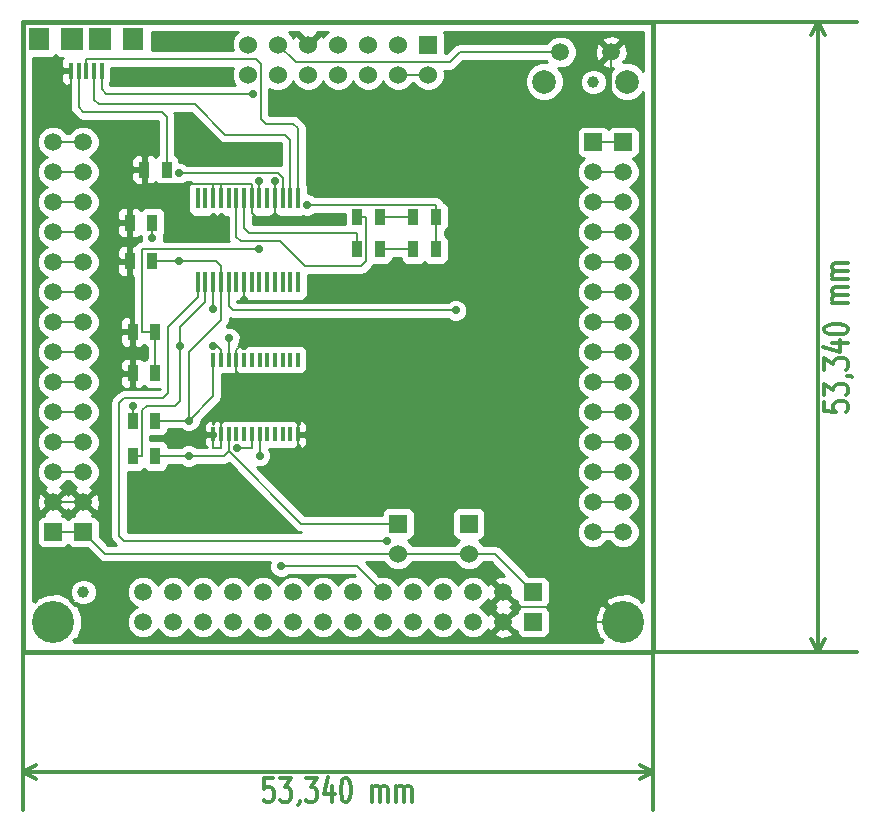
<source format=gtl>
G04 (created by PCBNEW (2013-mar-13)-testing) date Fri 28 Jun 2013 12:11:23 PM CEST*
%MOIN*%
G04 Gerber Fmt 3.4, Leading zero omitted, Abs format*
%FSLAX34Y34*%
G01*
G70*
G90*
G04 APERTURE LIST*
%ADD10C,0.005906*%
%ADD11C,0.015000*%
%ADD12C,0.012000*%
%ADD13C,0.140000*%
%ADD14R,0.060000X0.060000*%
%ADD15C,0.060000*%
%ADD16C,0.039370*%
%ADD17R,0.011800X0.047244*%
%ADD18R,0.015700X0.053100*%
%ADD19R,0.070900X0.074800*%
%ADD20R,0.074800X0.074800*%
%ADD21C,0.059100*%
%ADD22C,0.078700*%
%ADD23R,0.059100X0.059100*%
%ADD24R,0.035000X0.055000*%
%ADD25R,0.016000X0.070900*%
%ADD26C,0.028000*%
%ADD27C,0.008000*%
%ADD28C,0.010000*%
G04 APERTURE END LIST*
G54D10*
G54D11*
X32500Y-49500D02*
X32500Y-28500D01*
X11500Y-49500D02*
X32500Y-49500D01*
X11500Y-28500D02*
X11500Y-49500D01*
X32500Y-28500D02*
X11500Y-28500D01*
G54D12*
X19828Y-53700D02*
X19542Y-53700D01*
X19514Y-54081D01*
X19542Y-54043D01*
X19599Y-54005D01*
X19742Y-54005D01*
X19799Y-54043D01*
X19828Y-54081D01*
X19857Y-54158D01*
X19857Y-54348D01*
X19828Y-54424D01*
X19799Y-54462D01*
X19742Y-54500D01*
X19599Y-54500D01*
X19542Y-54462D01*
X19514Y-54424D01*
X20057Y-53700D02*
X20428Y-53700D01*
X20228Y-54005D01*
X20314Y-54005D01*
X20371Y-54043D01*
X20399Y-54081D01*
X20428Y-54158D01*
X20428Y-54348D01*
X20399Y-54424D01*
X20371Y-54462D01*
X20314Y-54500D01*
X20142Y-54500D01*
X20085Y-54462D01*
X20057Y-54424D01*
X20714Y-54462D02*
X20714Y-54500D01*
X20685Y-54577D01*
X20657Y-54615D01*
X20914Y-53700D02*
X21285Y-53700D01*
X21085Y-54005D01*
X21171Y-54005D01*
X21228Y-54043D01*
X21257Y-54081D01*
X21285Y-54158D01*
X21285Y-54348D01*
X21257Y-54424D01*
X21228Y-54462D01*
X21171Y-54500D01*
X21000Y-54500D01*
X20942Y-54462D01*
X20914Y-54424D01*
X21800Y-53967D02*
X21800Y-54500D01*
X21657Y-53662D02*
X21514Y-54234D01*
X21885Y-54234D01*
X22228Y-53700D02*
X22285Y-53700D01*
X22342Y-53739D01*
X22371Y-53777D01*
X22400Y-53853D01*
X22428Y-54005D01*
X22428Y-54196D01*
X22400Y-54348D01*
X22371Y-54424D01*
X22342Y-54462D01*
X22285Y-54500D01*
X22228Y-54500D01*
X22171Y-54462D01*
X22142Y-54424D01*
X22114Y-54348D01*
X22085Y-54196D01*
X22085Y-54005D01*
X22114Y-53853D01*
X22142Y-53777D01*
X22171Y-53739D01*
X22228Y-53700D01*
X23142Y-54500D02*
X23142Y-53967D01*
X23142Y-54043D02*
X23171Y-54005D01*
X23228Y-53967D01*
X23314Y-53967D01*
X23371Y-54005D01*
X23400Y-54081D01*
X23400Y-54500D01*
X23400Y-54081D02*
X23428Y-54005D01*
X23485Y-53967D01*
X23571Y-53967D01*
X23628Y-54005D01*
X23657Y-54081D01*
X23657Y-54500D01*
X23942Y-54500D02*
X23942Y-53967D01*
X23942Y-54043D02*
X23971Y-54005D01*
X24028Y-53967D01*
X24114Y-53967D01*
X24171Y-54005D01*
X24200Y-54081D01*
X24200Y-54500D01*
X24200Y-54081D02*
X24228Y-54005D01*
X24285Y-53967D01*
X24371Y-53967D01*
X24428Y-54005D01*
X24457Y-54081D01*
X24457Y-54500D01*
X11500Y-53499D02*
X32500Y-53499D01*
X11500Y-49500D02*
X11500Y-54779D01*
X32500Y-49500D02*
X32500Y-54779D01*
X32500Y-53499D02*
X32057Y-53729D01*
X32500Y-53499D02*
X32057Y-53269D01*
X11500Y-53499D02*
X11943Y-53729D01*
X11500Y-53499D02*
X11943Y-53269D01*
X38201Y-41171D02*
X38201Y-41457D01*
X38582Y-41485D01*
X38544Y-41457D01*
X38506Y-41400D01*
X38506Y-41257D01*
X38544Y-41200D01*
X38582Y-41171D01*
X38659Y-41142D01*
X38849Y-41142D01*
X38925Y-41171D01*
X38963Y-41200D01*
X39001Y-41257D01*
X39001Y-41400D01*
X38963Y-41457D01*
X38925Y-41485D01*
X38201Y-40942D02*
X38201Y-40571D01*
X38506Y-40771D01*
X38506Y-40685D01*
X38544Y-40628D01*
X38582Y-40600D01*
X38659Y-40571D01*
X38849Y-40571D01*
X38925Y-40600D01*
X38963Y-40628D01*
X39001Y-40685D01*
X39001Y-40857D01*
X38963Y-40914D01*
X38925Y-40942D01*
X38963Y-40285D02*
X39001Y-40285D01*
X39078Y-40314D01*
X39116Y-40342D01*
X38201Y-40085D02*
X38201Y-39714D01*
X38506Y-39914D01*
X38506Y-39828D01*
X38544Y-39771D01*
X38582Y-39742D01*
X38659Y-39714D01*
X38849Y-39714D01*
X38925Y-39742D01*
X38963Y-39771D01*
X39001Y-39828D01*
X39001Y-40000D01*
X38963Y-40057D01*
X38925Y-40085D01*
X38468Y-39200D02*
X39001Y-39200D01*
X38163Y-39342D02*
X38735Y-39485D01*
X38735Y-39114D01*
X38201Y-38771D02*
X38201Y-38714D01*
X38240Y-38657D01*
X38278Y-38628D01*
X38354Y-38600D01*
X38506Y-38571D01*
X38697Y-38571D01*
X38849Y-38600D01*
X38925Y-38628D01*
X38963Y-38657D01*
X39001Y-38714D01*
X39001Y-38771D01*
X38963Y-38828D01*
X38925Y-38857D01*
X38849Y-38885D01*
X38697Y-38914D01*
X38506Y-38914D01*
X38354Y-38885D01*
X38278Y-38857D01*
X38240Y-38828D01*
X38201Y-38771D01*
X39001Y-37857D02*
X38468Y-37857D01*
X38544Y-37857D02*
X38506Y-37828D01*
X38468Y-37771D01*
X38468Y-37685D01*
X38506Y-37628D01*
X38582Y-37599D01*
X39001Y-37599D01*
X38582Y-37599D02*
X38506Y-37571D01*
X38468Y-37514D01*
X38468Y-37428D01*
X38506Y-37371D01*
X38582Y-37342D01*
X39001Y-37342D01*
X39001Y-37057D02*
X38468Y-37057D01*
X38544Y-37057D02*
X38506Y-37028D01*
X38468Y-36971D01*
X38468Y-36885D01*
X38506Y-36828D01*
X38582Y-36799D01*
X39001Y-36799D01*
X38582Y-36799D02*
X38506Y-36771D01*
X38468Y-36714D01*
X38468Y-36628D01*
X38506Y-36571D01*
X38582Y-36542D01*
X39001Y-36542D01*
X38000Y-49500D02*
X38000Y-28500D01*
X32500Y-49500D02*
X39280Y-49500D01*
X32500Y-28500D02*
X39280Y-28500D01*
X38000Y-28500D02*
X38230Y-28943D01*
X38000Y-28500D02*
X37770Y-28943D01*
X38000Y-49500D02*
X38230Y-49057D01*
X38000Y-49500D02*
X37770Y-49057D01*
G54D13*
X12500Y-48500D03*
G54D14*
X26358Y-45221D03*
G54D15*
X26358Y-46221D03*
G54D14*
X23996Y-45221D03*
G54D15*
X23996Y-46221D03*
G54D13*
X31500Y-48500D03*
G54D16*
X30500Y-30500D03*
X13500Y-47500D03*
G54D17*
X19122Y-39760D03*
X18866Y-39760D03*
X18354Y-39760D03*
X18610Y-39760D03*
X17843Y-39760D03*
X18098Y-39760D03*
X19634Y-39760D03*
X19378Y-39760D03*
X20146Y-39760D03*
X19890Y-39760D03*
X20402Y-39760D03*
X20657Y-39760D03*
X20657Y-42239D03*
X20402Y-42239D03*
X19890Y-42239D03*
X20146Y-42239D03*
X19378Y-42239D03*
X19634Y-42239D03*
X18098Y-42239D03*
X17843Y-42239D03*
X18610Y-42239D03*
X18354Y-42239D03*
X18866Y-42239D03*
X19122Y-42239D03*
G54D18*
X13088Y-30123D03*
X13344Y-30123D03*
X13600Y-30123D03*
X13856Y-30123D03*
X14112Y-30123D03*
G54D19*
X12025Y-29070D03*
G54D20*
X13128Y-29070D03*
X14072Y-29070D03*
G54D19*
X15175Y-29070D03*
G54D21*
X31096Y-29500D03*
X29404Y-29500D03*
G54D22*
X31628Y-30484D03*
X28872Y-30484D03*
G54D21*
X13500Y-32500D03*
X13500Y-33500D03*
X13500Y-34500D03*
X13500Y-35500D03*
X13500Y-36500D03*
X13500Y-37500D03*
X13500Y-38500D03*
X13500Y-39500D03*
X13500Y-40500D03*
X13500Y-41500D03*
X13500Y-42500D03*
X13500Y-43500D03*
X13500Y-44500D03*
G54D23*
X13500Y-45500D03*
X12500Y-45500D03*
G54D21*
X12500Y-44500D03*
X12500Y-43500D03*
X12500Y-42500D03*
X12500Y-41500D03*
X12500Y-40500D03*
X12500Y-39500D03*
X12500Y-38500D03*
X12500Y-37500D03*
X12500Y-36500D03*
X12500Y-35500D03*
X12500Y-34500D03*
X12500Y-33500D03*
X12500Y-32500D03*
X15500Y-47500D03*
X16500Y-47500D03*
X17500Y-47500D03*
X18500Y-47500D03*
X19500Y-47500D03*
X20500Y-47500D03*
X21500Y-47500D03*
X22500Y-47500D03*
X23500Y-47500D03*
X24500Y-47500D03*
X25500Y-47500D03*
X26500Y-47500D03*
X27500Y-47500D03*
G54D23*
X28500Y-47500D03*
X28500Y-48500D03*
G54D21*
X27500Y-48500D03*
X26500Y-48500D03*
X25500Y-48500D03*
X24500Y-48500D03*
X23500Y-48500D03*
X22500Y-48500D03*
X21500Y-48500D03*
X20500Y-48500D03*
X19500Y-48500D03*
X18500Y-48500D03*
X17500Y-48500D03*
X16500Y-48500D03*
X15500Y-48500D03*
X30500Y-45500D03*
X30500Y-44500D03*
X30500Y-43500D03*
X30500Y-42500D03*
X30500Y-41500D03*
X30500Y-40500D03*
X30500Y-39500D03*
X30500Y-38500D03*
X30500Y-37500D03*
X30500Y-36500D03*
X30500Y-35500D03*
X30500Y-34500D03*
X30500Y-33500D03*
G54D23*
X30500Y-32500D03*
X31500Y-32500D03*
G54D21*
X31500Y-33500D03*
X31500Y-34500D03*
X31500Y-35500D03*
X31500Y-36500D03*
X31500Y-37500D03*
X31500Y-38500D03*
X31500Y-39500D03*
X31500Y-40500D03*
X31500Y-41500D03*
X31500Y-42500D03*
X31500Y-43500D03*
X31500Y-44500D03*
X31500Y-45500D03*
G54D24*
X15808Y-36469D03*
X15058Y-36469D03*
X15906Y-38831D03*
X15156Y-38831D03*
X15808Y-35189D03*
X15058Y-35189D03*
X15906Y-40209D03*
X15156Y-40209D03*
X25257Y-36075D03*
X24507Y-36075D03*
X25257Y-34992D03*
X24507Y-34992D03*
G54D14*
X25000Y-29250D03*
G54D15*
X25000Y-30250D03*
X24000Y-29250D03*
X24000Y-30250D03*
X23000Y-29250D03*
X23000Y-30250D03*
X22000Y-29250D03*
X22000Y-30250D03*
X21000Y-29250D03*
X21000Y-30250D03*
X20000Y-29250D03*
X20000Y-30250D03*
X19000Y-29250D03*
X19000Y-30250D03*
G54D24*
X22637Y-36075D03*
X23387Y-36075D03*
X22637Y-34992D03*
X23387Y-34992D03*
X15906Y-41783D03*
X15156Y-41783D03*
X15906Y-42965D03*
X15156Y-42965D03*
X16284Y-33421D03*
X15534Y-33421D03*
G54D25*
X17326Y-37180D03*
X17576Y-37180D03*
X17836Y-37180D03*
X18096Y-37180D03*
X18346Y-37180D03*
X18606Y-37180D03*
X18866Y-37180D03*
X19116Y-37180D03*
X19376Y-37180D03*
X19626Y-37180D03*
X19886Y-37180D03*
X20146Y-37180D03*
X20396Y-37180D03*
X20656Y-37180D03*
X20656Y-34380D03*
X20396Y-34380D03*
X20156Y-34380D03*
X19886Y-34380D03*
X19626Y-34380D03*
X19376Y-34380D03*
X19116Y-34380D03*
X18866Y-34380D03*
X18606Y-34380D03*
X18346Y-34380D03*
X18096Y-34380D03*
X17836Y-34380D03*
X17576Y-34380D03*
X17326Y-34380D03*
G54D26*
X18614Y-42695D03*
X16686Y-36468D03*
X15807Y-35684D03*
X17021Y-41783D03*
X17021Y-42964D03*
X16686Y-33545D03*
X16250Y-29200D03*
X17700Y-29200D03*
X17700Y-30250D03*
X15550Y-30250D03*
X16800Y-31800D03*
X17750Y-32750D03*
X14350Y-33200D03*
X14350Y-37000D03*
X14350Y-40700D03*
X19900Y-38800D03*
X20900Y-38800D03*
X22900Y-32800D03*
X23900Y-32800D03*
X25350Y-33550D03*
X25350Y-31750D03*
X25200Y-39850D03*
X25100Y-44450D03*
X22900Y-39650D03*
X21450Y-43950D03*
X15350Y-44700D03*
X16300Y-43750D03*
X18865Y-37754D03*
X14662Y-36468D03*
X14760Y-40209D03*
X14662Y-35188D03*
X19885Y-33805D03*
X18865Y-39304D03*
X27500Y-42984D03*
X20420Y-31410D03*
X19377Y-42956D03*
X23628Y-45800D03*
X15155Y-41288D03*
X17835Y-38080D03*
X18354Y-39043D03*
X16731Y-39304D03*
X17842Y-39304D03*
X20100Y-46640D03*
X25915Y-38114D03*
X19375Y-33805D03*
X20956Y-34597D03*
X19160Y-30889D03*
X19375Y-36073D03*
G54D27*
X12915Y-45500D02*
X12500Y-45500D01*
X12915Y-45500D02*
X12915Y-45500D01*
X13500Y-45500D02*
X12915Y-45500D01*
X13500Y-45500D02*
X13500Y-45500D01*
X26357Y-46220D02*
X23995Y-46220D01*
X27220Y-46220D02*
X28500Y-47500D01*
X26357Y-46220D02*
X27220Y-46220D01*
X14220Y-46220D02*
X13500Y-45500D01*
X23995Y-46220D02*
X14220Y-46220D01*
X12500Y-43500D02*
X13500Y-43500D01*
X12500Y-42500D02*
X13500Y-42500D01*
X12500Y-41500D02*
X13500Y-41500D01*
X12500Y-40500D02*
X13500Y-40500D01*
X12500Y-39500D02*
X13500Y-39500D01*
X30500Y-34500D02*
X31500Y-34500D01*
X30500Y-35500D02*
X31500Y-35500D01*
X19122Y-42695D02*
X19122Y-42239D01*
X18614Y-42695D02*
X19122Y-42695D01*
X12500Y-38500D02*
X13500Y-38500D01*
X20655Y-32044D02*
X20655Y-34379D01*
X20495Y-31883D02*
X20655Y-32044D01*
X19580Y-31883D02*
X20495Y-31883D01*
X19420Y-31723D02*
X19580Y-31883D01*
X19420Y-29897D02*
X19420Y-31723D01*
X19260Y-29737D02*
X19420Y-29897D01*
X13600Y-29737D02*
X19260Y-29737D01*
X13600Y-30123D02*
X13600Y-29737D01*
X20395Y-32417D02*
X20395Y-34379D01*
X20235Y-32257D02*
X20395Y-32417D01*
X18240Y-32257D02*
X20235Y-32257D01*
X17228Y-31246D02*
X18240Y-32257D01*
X14016Y-31246D02*
X17228Y-31246D01*
X13855Y-31086D02*
X14016Y-31246D01*
X13855Y-30123D02*
X13855Y-31086D01*
X30500Y-43500D02*
X31500Y-43500D01*
X30500Y-44500D02*
X31500Y-44500D01*
X17842Y-40116D02*
X17842Y-39760D01*
X16661Y-42964D02*
X15905Y-42964D01*
X16661Y-41783D02*
X15905Y-41783D01*
X15807Y-35684D02*
X15807Y-35188D01*
X16686Y-36468D02*
X15807Y-36468D01*
X18354Y-42804D02*
X18354Y-42239D01*
X17842Y-40961D02*
X17021Y-41783D01*
X17842Y-40116D02*
X17842Y-40961D01*
X18193Y-42964D02*
X17021Y-42964D01*
X18354Y-42804D02*
X18193Y-42964D01*
X16661Y-42964D02*
X17021Y-42964D01*
X17021Y-39509D02*
X17021Y-41783D01*
X18096Y-38434D02*
X17021Y-39509D01*
X18096Y-37179D02*
X18096Y-38434D01*
X18095Y-37179D02*
X18096Y-37179D01*
X17935Y-36468D02*
X16686Y-36468D01*
X18095Y-36628D02*
X17935Y-36468D01*
X18095Y-37179D02*
X18095Y-36628D01*
X20155Y-33705D02*
X20155Y-34379D01*
X19995Y-33545D02*
X20155Y-33705D01*
X16686Y-33545D02*
X19995Y-33545D01*
X16661Y-41783D02*
X17021Y-41783D01*
X20769Y-45220D02*
X23995Y-45220D01*
X18354Y-42804D02*
X20769Y-45220D01*
X13500Y-44500D02*
X14350Y-43650D01*
X17700Y-29200D02*
X16250Y-29200D01*
X15550Y-30250D02*
X17700Y-30250D01*
X17750Y-32750D02*
X16800Y-31800D01*
X14350Y-37000D02*
X14350Y-33200D01*
X14350Y-43650D02*
X14350Y-40700D01*
X13500Y-44500D02*
X12500Y-44500D01*
X20657Y-42239D02*
X20657Y-41343D01*
X21650Y-39550D02*
X20900Y-38800D01*
X21650Y-40350D02*
X21650Y-39550D01*
X20657Y-41343D02*
X21650Y-40350D01*
X22900Y-31410D02*
X22900Y-32800D01*
X23900Y-31410D02*
X23900Y-32800D01*
X25200Y-31410D02*
X25200Y-31600D01*
X25200Y-31600D02*
X25350Y-31750D01*
X21450Y-43950D02*
X24600Y-43950D01*
X24600Y-43950D02*
X25100Y-44450D01*
X20657Y-42239D02*
X20657Y-43157D01*
X20657Y-43157D02*
X21450Y-43950D01*
X16300Y-43750D02*
X15350Y-44700D01*
X18865Y-37754D02*
X18865Y-37179D01*
X14662Y-36468D02*
X15057Y-36468D01*
X15155Y-40209D02*
X14760Y-40209D01*
X17842Y-42704D02*
X17842Y-42239D01*
X18097Y-42704D02*
X17842Y-42704D01*
X18097Y-42239D02*
X18097Y-42704D01*
X15057Y-35188D02*
X14662Y-35188D01*
X19885Y-34379D02*
X19885Y-33805D01*
X15218Y-33421D02*
X15218Y-33421D01*
X15534Y-33421D02*
X15218Y-33421D01*
X15534Y-33421D02*
X15534Y-33421D01*
X19115Y-34854D02*
X19115Y-34379D01*
X19276Y-35014D02*
X19115Y-34854D01*
X19725Y-35014D02*
X19276Y-35014D01*
X19885Y-34854D02*
X19725Y-35014D01*
X19885Y-34379D02*
X19885Y-34854D01*
X15155Y-40209D02*
X15155Y-38831D01*
X18750Y-39304D02*
X18865Y-39304D01*
X18610Y-39444D02*
X18750Y-39304D01*
X18610Y-39760D02*
X18610Y-39444D01*
X15057Y-33581D02*
X15218Y-33421D01*
X15057Y-35188D02*
X15057Y-33581D01*
X18610Y-39760D02*
X18610Y-41723D01*
X30552Y-48500D02*
X31500Y-48500D01*
X30052Y-48000D02*
X30552Y-48500D01*
X28000Y-48000D02*
X30052Y-48000D01*
X27500Y-47500D02*
X28000Y-48000D01*
X20817Y-42984D02*
X27500Y-42984D01*
X20657Y-42824D02*
X20817Y-42984D01*
X20657Y-42239D02*
X20657Y-42824D01*
X18258Y-41723D02*
X18610Y-41723D01*
X18097Y-41883D02*
X18258Y-41723D01*
X18097Y-42239D02*
X18097Y-41883D01*
X20496Y-41723D02*
X18610Y-41723D01*
X20657Y-41883D02*
X20496Y-41723D01*
X20657Y-42239D02*
X20657Y-41883D01*
X17835Y-33905D02*
X17835Y-34379D01*
X13087Y-31696D02*
X13087Y-30123D01*
X13248Y-31856D02*
X13087Y-31696D01*
X13652Y-31856D02*
X13248Y-31856D01*
X15218Y-33421D02*
X13652Y-31856D01*
X31095Y-31250D02*
X31095Y-29500D01*
X30935Y-31410D02*
X31095Y-31250D01*
X20420Y-31410D02*
X22900Y-31410D01*
X22900Y-31410D02*
X23900Y-31410D01*
X23900Y-31410D02*
X25200Y-31410D01*
X25200Y-31410D02*
X30935Y-31410D01*
X18095Y-33905D02*
X18095Y-34379D01*
X15534Y-33905D02*
X17835Y-33905D01*
X15534Y-33421D02*
X15534Y-33905D01*
X17835Y-33905D02*
X18095Y-33905D01*
X19115Y-33905D02*
X18095Y-33905D01*
X19115Y-34379D02*
X19115Y-33905D01*
X19115Y-34379D02*
X19115Y-34379D01*
X30500Y-45500D02*
X31500Y-45500D01*
X30500Y-37500D02*
X31500Y-37500D01*
X30500Y-36500D02*
X31500Y-36500D01*
X12500Y-34500D02*
X13500Y-34500D01*
X12500Y-35500D02*
X13500Y-35500D01*
X30500Y-38500D02*
X31500Y-38500D01*
X30500Y-39500D02*
X31500Y-39500D01*
X30500Y-40500D02*
X31500Y-40500D01*
X16284Y-31662D02*
X16284Y-33421D01*
X16124Y-31502D02*
X16284Y-31662D01*
X13504Y-31502D02*
X16124Y-31502D01*
X13344Y-31342D02*
X13504Y-31502D01*
X13344Y-30123D02*
X13344Y-31342D01*
X18605Y-35653D02*
X18605Y-34379D01*
X18766Y-35813D02*
X18605Y-35653D01*
X20075Y-35813D02*
X18766Y-35813D01*
X20890Y-36628D02*
X20075Y-35813D01*
X22772Y-36628D02*
X20890Y-36628D01*
X22932Y-36468D02*
X22772Y-36628D01*
X22932Y-34992D02*
X22932Y-36468D01*
X22637Y-34992D02*
X22932Y-34992D01*
X25000Y-30250D02*
X24000Y-30250D01*
X18865Y-35360D02*
X18865Y-34379D01*
X19026Y-35520D02*
X18865Y-35360D01*
X22637Y-35520D02*
X19026Y-35520D01*
X22637Y-36074D02*
X22637Y-35520D01*
X24507Y-34992D02*
X24507Y-34992D01*
X24051Y-34992D02*
X24507Y-34992D01*
X24051Y-34992D02*
X24051Y-34992D01*
X23387Y-34992D02*
X24051Y-34992D01*
X24507Y-36074D02*
X24507Y-36074D01*
X24211Y-36074D02*
X24507Y-36074D01*
X24211Y-36074D02*
X24211Y-36074D01*
X23387Y-36074D02*
X24211Y-36074D01*
X19377Y-42956D02*
X19377Y-42239D01*
X26047Y-29500D02*
X29404Y-29500D01*
X25717Y-29829D02*
X26047Y-29500D01*
X20579Y-29829D02*
X25717Y-29829D01*
X20000Y-29250D02*
X20579Y-29829D01*
X17325Y-37660D02*
X17325Y-37179D01*
X16336Y-38650D02*
X17325Y-37660D01*
X16336Y-40867D02*
X16336Y-38650D01*
X16175Y-41027D02*
X16336Y-40867D01*
X14860Y-41027D02*
X16175Y-41027D01*
X14700Y-41188D02*
X14860Y-41027D01*
X14700Y-45640D02*
X14700Y-41188D01*
X14860Y-45800D02*
X14700Y-45640D01*
X23628Y-45800D02*
X14860Y-45800D01*
X12500Y-36500D02*
X13500Y-36500D01*
X30500Y-33500D02*
X31500Y-33500D01*
X15155Y-41288D02*
X15155Y-41783D01*
X17835Y-38080D02*
X17835Y-37179D01*
X18354Y-39043D02*
X18354Y-39760D01*
X31500Y-32500D02*
X31500Y-32500D01*
X30915Y-32500D02*
X31500Y-32500D01*
X30915Y-32500D02*
X30915Y-32500D01*
X30500Y-32500D02*
X30915Y-32500D01*
X17575Y-37820D02*
X17575Y-37179D01*
X16731Y-38665D02*
X17575Y-37820D01*
X16731Y-39304D02*
X16731Y-38665D01*
X18097Y-39444D02*
X18097Y-39760D01*
X17957Y-39304D02*
X18097Y-39444D01*
X17842Y-39304D02*
X17957Y-39304D01*
X15451Y-42964D02*
X15155Y-42964D01*
X15451Y-41448D02*
X15451Y-42964D01*
X15611Y-41288D02*
X15451Y-41448D01*
X16571Y-41288D02*
X15611Y-41288D01*
X16731Y-41127D02*
X16571Y-41288D01*
X16731Y-39304D02*
X16731Y-41127D01*
X30500Y-41500D02*
X31500Y-41500D01*
X30500Y-42500D02*
X31500Y-42500D01*
X22640Y-46640D02*
X20100Y-46640D01*
X23500Y-47500D02*
X22640Y-46640D01*
X18345Y-37954D02*
X18345Y-37179D01*
X18506Y-38114D02*
X18345Y-37954D01*
X25915Y-38114D02*
X18506Y-38114D01*
X12500Y-37500D02*
X13500Y-37500D01*
X25257Y-34597D02*
X20956Y-34597D01*
X25257Y-34992D02*
X25257Y-34597D01*
X14112Y-30729D02*
X14112Y-30123D01*
X14272Y-30889D02*
X14112Y-30729D01*
X19160Y-30889D02*
X14272Y-30889D01*
X15451Y-36073D02*
X19375Y-36073D01*
X15451Y-38831D02*
X15451Y-36073D01*
X15905Y-38831D02*
X15451Y-38831D01*
X25257Y-34992D02*
X25257Y-36074D01*
X19375Y-33805D02*
X19375Y-34379D01*
X15905Y-38831D02*
X15905Y-40209D01*
X12500Y-33500D02*
X13500Y-33500D01*
X12500Y-32500D02*
X13500Y-32500D01*
G54D10*
G36*
X12576Y-48505D02*
X12505Y-48576D01*
X12500Y-48570D01*
X12494Y-48576D01*
X12423Y-48505D01*
X12429Y-48500D01*
X12423Y-48494D01*
X12494Y-48423D01*
X12500Y-48429D01*
X12505Y-48423D01*
X12576Y-48494D01*
X12570Y-48500D01*
X12576Y-48505D01*
X12576Y-48505D01*
G37*
G54D28*
X12576Y-48505D02*
X12505Y-48576D01*
X12500Y-48570D01*
X12494Y-48576D01*
X12423Y-48505D01*
X12429Y-48500D01*
X12423Y-48494D01*
X12494Y-48423D01*
X12500Y-48429D01*
X12505Y-48423D01*
X12576Y-48494D01*
X12570Y-48500D01*
X12576Y-48505D01*
G54D10*
G36*
X18571Y-30599D02*
X14402Y-30599D01*
X14402Y-30530D01*
X14402Y-30530D01*
X14440Y-30438D01*
X14440Y-30338D01*
X14440Y-30027D01*
X18496Y-30027D01*
X18450Y-30140D01*
X18449Y-30358D01*
X18533Y-30561D01*
X18571Y-30599D01*
X18571Y-30599D01*
G37*
G54D28*
X18571Y-30599D02*
X14402Y-30599D01*
X14402Y-30530D01*
X14402Y-30530D01*
X14440Y-30438D01*
X14440Y-30338D01*
X14440Y-30027D01*
X18496Y-30027D01*
X18450Y-30140D01*
X18449Y-30358D01*
X18533Y-30561D01*
X18571Y-30599D01*
G54D10*
G36*
X18647Y-28825D02*
X18534Y-28938D01*
X18450Y-29140D01*
X18449Y-29358D01*
X18486Y-29447D01*
X15779Y-29447D01*
X15779Y-29394D01*
X15779Y-28825D01*
X18647Y-28825D01*
X18647Y-28825D01*
G37*
G54D28*
X18647Y-28825D02*
X18534Y-28938D01*
X18450Y-29140D01*
X18449Y-29358D01*
X18486Y-29447D01*
X15779Y-29447D01*
X15779Y-29394D01*
X15779Y-28825D01*
X18647Y-28825D01*
G54D10*
G36*
X20105Y-33277D02*
X19995Y-33255D01*
X16947Y-33255D01*
X16907Y-33214D01*
X16763Y-33155D01*
X16709Y-33155D01*
X16709Y-33096D01*
X16671Y-33004D01*
X16601Y-32934D01*
X16574Y-32923D01*
X16574Y-31662D01*
X16552Y-31551D01*
X16552Y-31551D01*
X16541Y-31536D01*
X17108Y-31536D01*
X18035Y-32462D01*
X18129Y-32525D01*
X18240Y-32547D01*
X20105Y-32547D01*
X20105Y-33277D01*
X20105Y-33277D01*
G37*
G54D28*
X20105Y-33277D02*
X19995Y-33255D01*
X16947Y-33255D01*
X16907Y-33214D01*
X16763Y-33155D01*
X16709Y-33155D01*
X16709Y-33096D01*
X16671Y-33004D01*
X16601Y-32934D01*
X16574Y-32923D01*
X16574Y-31662D01*
X16552Y-31551D01*
X16552Y-31551D01*
X16541Y-31536D01*
X17108Y-31536D01*
X18035Y-32462D01*
X18129Y-32525D01*
X18240Y-32547D01*
X20105Y-32547D01*
X20105Y-33277D01*
G54D10*
G36*
X20769Y-45510D02*
X14990Y-45510D01*
X14990Y-43490D01*
X15030Y-43490D01*
X15380Y-43490D01*
X15472Y-43451D01*
X15531Y-43393D01*
X15589Y-43451D01*
X15681Y-43490D01*
X15780Y-43490D01*
X16130Y-43490D01*
X16222Y-43451D01*
X16292Y-43381D01*
X16331Y-43289D01*
X16331Y-43254D01*
X16661Y-43254D01*
X16759Y-43254D01*
X16799Y-43295D01*
X16943Y-43354D01*
X17098Y-43355D01*
X17241Y-43295D01*
X17282Y-43254D01*
X18193Y-43254D01*
X18304Y-43232D01*
X18345Y-43206D01*
X20564Y-45425D01*
X20658Y-45488D01*
X20658Y-45488D01*
X20769Y-45510D01*
X20769Y-45510D01*
G37*
G54D28*
X20769Y-45510D02*
X14990Y-45510D01*
X14990Y-43490D01*
X15030Y-43490D01*
X15380Y-43490D01*
X15472Y-43451D01*
X15531Y-43393D01*
X15589Y-43451D01*
X15681Y-43490D01*
X15780Y-43490D01*
X16130Y-43490D01*
X16222Y-43451D01*
X16292Y-43381D01*
X16331Y-43289D01*
X16331Y-43254D01*
X16661Y-43254D01*
X16759Y-43254D01*
X16799Y-43295D01*
X16943Y-43354D01*
X17098Y-43355D01*
X17241Y-43295D01*
X17282Y-43254D01*
X18193Y-43254D01*
X18304Y-43232D01*
X18345Y-43206D01*
X20564Y-45425D01*
X20658Y-45488D01*
X20658Y-45488D01*
X20769Y-45510D01*
G54D10*
G36*
X21647Y-28825D02*
X21534Y-28938D01*
X21502Y-29013D01*
X21481Y-28962D01*
X21385Y-28934D01*
X21070Y-29250D01*
X21076Y-29255D01*
X21005Y-29326D01*
X21000Y-29320D01*
X20994Y-29326D01*
X20923Y-29255D01*
X20929Y-29250D01*
X20614Y-28934D01*
X20518Y-28962D01*
X20499Y-29017D01*
X20466Y-28938D01*
X20352Y-28825D01*
X20696Y-28825D01*
X20684Y-28864D01*
X21000Y-29179D01*
X21315Y-28864D01*
X21303Y-28825D01*
X21647Y-28825D01*
X21647Y-28825D01*
G37*
G54D28*
X21647Y-28825D02*
X21534Y-28938D01*
X21502Y-29013D01*
X21481Y-28962D01*
X21385Y-28934D01*
X21070Y-29250D01*
X21076Y-29255D01*
X21005Y-29326D01*
X21000Y-29320D01*
X20994Y-29326D01*
X20923Y-29255D01*
X20929Y-29250D01*
X20614Y-28934D01*
X20518Y-28962D01*
X20499Y-29017D01*
X20466Y-28938D01*
X20352Y-28825D01*
X20696Y-28825D01*
X20684Y-28864D01*
X21000Y-29179D01*
X21315Y-28864D01*
X21303Y-28825D01*
X21647Y-28825D01*
G54D10*
G36*
X22212Y-35230D02*
X19155Y-35230D01*
X19155Y-34984D01*
X19166Y-34984D01*
X19166Y-34951D01*
X19198Y-34964D01*
X19218Y-34984D01*
X19245Y-34984D01*
X19245Y-34984D01*
X19246Y-34984D01*
X19345Y-34984D01*
X19496Y-34984D01*
X19505Y-34984D01*
X19595Y-34984D01*
X19755Y-34984D01*
X19756Y-34984D01*
X19756Y-34984D01*
X19783Y-34984D01*
X19803Y-34964D01*
X19847Y-34946D01*
X19891Y-34903D01*
X19934Y-34946D01*
X19961Y-34957D01*
X19988Y-34984D01*
X20015Y-34984D01*
X20020Y-34982D01*
X20026Y-34984D01*
X20125Y-34984D01*
X20266Y-34984D01*
X20285Y-34984D01*
X20365Y-34984D01*
X20525Y-34984D01*
X20525Y-34984D01*
X20526Y-34984D01*
X20625Y-34984D01*
X20785Y-34984D01*
X20828Y-34966D01*
X20878Y-34987D01*
X21033Y-34987D01*
X21176Y-34927D01*
X21217Y-34887D01*
X22212Y-34887D01*
X22212Y-35230D01*
X22212Y-35230D01*
G37*
G54D28*
X22212Y-35230D02*
X19155Y-35230D01*
X19155Y-34984D01*
X19166Y-34984D01*
X19166Y-34951D01*
X19198Y-34964D01*
X19218Y-34984D01*
X19245Y-34984D01*
X19245Y-34984D01*
X19246Y-34984D01*
X19345Y-34984D01*
X19496Y-34984D01*
X19505Y-34984D01*
X19595Y-34984D01*
X19755Y-34984D01*
X19756Y-34984D01*
X19756Y-34984D01*
X19783Y-34984D01*
X19803Y-34964D01*
X19847Y-34946D01*
X19891Y-34903D01*
X19934Y-34946D01*
X19961Y-34957D01*
X19988Y-34984D01*
X20015Y-34984D01*
X20020Y-34982D01*
X20026Y-34984D01*
X20125Y-34984D01*
X20266Y-34984D01*
X20285Y-34984D01*
X20365Y-34984D01*
X20525Y-34984D01*
X20525Y-34984D01*
X20526Y-34984D01*
X20625Y-34984D01*
X20785Y-34984D01*
X20828Y-34966D01*
X20878Y-34987D01*
X21033Y-34987D01*
X21176Y-34927D01*
X21217Y-34887D01*
X22212Y-34887D01*
X22212Y-35230D01*
G54D10*
G36*
X32175Y-47806D02*
X32148Y-47780D01*
X32104Y-47824D01*
X32045Y-47719D01*
X32045Y-45391D01*
X31962Y-45191D01*
X31809Y-45037D01*
X31718Y-45000D01*
X31808Y-44962D01*
X31962Y-44809D01*
X32045Y-44608D01*
X32045Y-44391D01*
X31962Y-44191D01*
X31809Y-44037D01*
X31718Y-44000D01*
X31808Y-43962D01*
X31962Y-43809D01*
X32045Y-43608D01*
X32045Y-43391D01*
X31962Y-43191D01*
X31809Y-43037D01*
X31718Y-43000D01*
X31808Y-42962D01*
X31962Y-42809D01*
X32045Y-42608D01*
X32045Y-42391D01*
X31962Y-42191D01*
X31809Y-42037D01*
X31718Y-42000D01*
X31808Y-41962D01*
X31962Y-41809D01*
X32045Y-41608D01*
X32045Y-41391D01*
X31962Y-41191D01*
X31809Y-41037D01*
X31718Y-41000D01*
X31808Y-40962D01*
X31962Y-40809D01*
X32045Y-40608D01*
X32045Y-40391D01*
X31962Y-40191D01*
X31809Y-40037D01*
X31718Y-40000D01*
X31808Y-39962D01*
X31962Y-39809D01*
X32045Y-39608D01*
X32045Y-39391D01*
X31962Y-39191D01*
X31809Y-39037D01*
X31718Y-39000D01*
X31808Y-38962D01*
X31962Y-38809D01*
X32045Y-38608D01*
X32045Y-38391D01*
X31962Y-38191D01*
X31809Y-38037D01*
X31718Y-38000D01*
X31808Y-37962D01*
X31962Y-37809D01*
X32045Y-37608D01*
X32045Y-37391D01*
X31962Y-37191D01*
X31809Y-37037D01*
X31718Y-37000D01*
X31808Y-36962D01*
X31962Y-36809D01*
X32045Y-36608D01*
X32045Y-36391D01*
X31962Y-36191D01*
X31809Y-36037D01*
X31718Y-36000D01*
X31808Y-35962D01*
X31962Y-35809D01*
X32045Y-35608D01*
X32045Y-35391D01*
X31962Y-35191D01*
X31809Y-35037D01*
X31718Y-35000D01*
X31808Y-34962D01*
X31962Y-34809D01*
X32045Y-34608D01*
X32045Y-34391D01*
X31962Y-34191D01*
X31809Y-34037D01*
X31718Y-34000D01*
X31808Y-33962D01*
X31962Y-33809D01*
X32045Y-33608D01*
X32045Y-33391D01*
X31962Y-33191D01*
X31817Y-33045D01*
X31845Y-33045D01*
X31937Y-33007D01*
X32007Y-32937D01*
X32045Y-32845D01*
X32045Y-32745D01*
X32045Y-32154D01*
X32007Y-32062D01*
X31937Y-31992D01*
X31845Y-31954D01*
X31745Y-31954D01*
X31154Y-31954D01*
X31062Y-31992D01*
X30999Y-32055D01*
X30946Y-32002D01*
X30946Y-30411D01*
X30879Y-30247D01*
X30753Y-30121D01*
X30589Y-30053D01*
X30411Y-30053D01*
X30247Y-30120D01*
X30121Y-30246D01*
X30053Y-30410D01*
X30053Y-30588D01*
X30120Y-30752D01*
X30246Y-30878D01*
X30410Y-30946D01*
X30588Y-30946D01*
X30752Y-30879D01*
X30878Y-30753D01*
X30946Y-30589D01*
X30946Y-30411D01*
X30946Y-32002D01*
X30937Y-31992D01*
X30845Y-31954D01*
X30745Y-31954D01*
X30154Y-31954D01*
X30062Y-31992D01*
X29992Y-32062D01*
X29954Y-32154D01*
X29954Y-32254D01*
X29954Y-32845D01*
X29992Y-32937D01*
X30062Y-33007D01*
X30154Y-33045D01*
X30183Y-33045D01*
X30037Y-33190D01*
X29954Y-33391D01*
X29954Y-33608D01*
X30037Y-33808D01*
X30190Y-33962D01*
X30281Y-33999D01*
X30191Y-34037D01*
X30037Y-34190D01*
X29954Y-34391D01*
X29954Y-34608D01*
X30037Y-34808D01*
X30190Y-34962D01*
X30281Y-34999D01*
X30191Y-35037D01*
X30037Y-35190D01*
X29954Y-35391D01*
X29954Y-35608D01*
X30037Y-35808D01*
X30190Y-35962D01*
X30281Y-35999D01*
X30191Y-36037D01*
X30037Y-36190D01*
X29954Y-36391D01*
X29954Y-36608D01*
X30037Y-36808D01*
X30190Y-36962D01*
X30281Y-36999D01*
X30191Y-37037D01*
X30037Y-37190D01*
X29954Y-37391D01*
X29954Y-37608D01*
X30037Y-37808D01*
X30190Y-37962D01*
X30281Y-37999D01*
X30191Y-38037D01*
X30037Y-38190D01*
X29954Y-38391D01*
X29954Y-38608D01*
X30037Y-38808D01*
X30190Y-38962D01*
X30281Y-38999D01*
X30191Y-39037D01*
X30037Y-39190D01*
X29954Y-39391D01*
X29954Y-39608D01*
X30037Y-39808D01*
X30190Y-39962D01*
X30281Y-39999D01*
X30191Y-40037D01*
X30037Y-40190D01*
X29954Y-40391D01*
X29954Y-40608D01*
X30037Y-40808D01*
X30190Y-40962D01*
X30281Y-40999D01*
X30191Y-41037D01*
X30037Y-41190D01*
X29954Y-41391D01*
X29954Y-41608D01*
X30037Y-41808D01*
X30190Y-41962D01*
X30281Y-41999D01*
X30191Y-42037D01*
X30037Y-42190D01*
X29954Y-42391D01*
X29954Y-42608D01*
X30037Y-42808D01*
X30190Y-42962D01*
X30281Y-42999D01*
X30191Y-43037D01*
X30037Y-43190D01*
X29954Y-43391D01*
X29954Y-43608D01*
X30037Y-43808D01*
X30190Y-43962D01*
X30281Y-43999D01*
X30191Y-44037D01*
X30037Y-44190D01*
X29954Y-44391D01*
X29954Y-44608D01*
X30037Y-44808D01*
X30190Y-44962D01*
X30281Y-44999D01*
X30191Y-45037D01*
X30037Y-45190D01*
X29954Y-45391D01*
X29954Y-45608D01*
X30037Y-45808D01*
X30190Y-45962D01*
X30391Y-46045D01*
X30608Y-46045D01*
X30808Y-45962D01*
X30962Y-45809D01*
X30970Y-45790D01*
X31029Y-45790D01*
X31037Y-45808D01*
X31190Y-45962D01*
X31391Y-46045D01*
X31608Y-46045D01*
X31808Y-45962D01*
X31962Y-45809D01*
X32045Y-45608D01*
X32045Y-45391D01*
X32045Y-47719D01*
X32028Y-47688D01*
X31677Y-47547D01*
X31299Y-47552D01*
X30971Y-47688D01*
X30895Y-47824D01*
X31500Y-48429D01*
X31505Y-48423D01*
X31576Y-48494D01*
X31570Y-48500D01*
X31576Y-48505D01*
X31505Y-48576D01*
X31500Y-48570D01*
X31494Y-48576D01*
X31429Y-48511D01*
X31423Y-48505D01*
X31429Y-48500D01*
X30824Y-47895D01*
X30688Y-47971D01*
X30547Y-48322D01*
X30552Y-48700D01*
X30688Y-49028D01*
X30824Y-49104D01*
X30780Y-49148D01*
X30806Y-49175D01*
X27811Y-49175D01*
X27811Y-48882D01*
X27500Y-48570D01*
X27188Y-48882D01*
X27214Y-48977D01*
X27419Y-49050D01*
X27636Y-49039D01*
X27785Y-48977D01*
X27811Y-48882D01*
X27811Y-49175D01*
X13946Y-49175D01*
X13452Y-49175D01*
X13193Y-49175D01*
X13219Y-49148D01*
X13175Y-49104D01*
X13311Y-49028D01*
X13452Y-48677D01*
X13447Y-48299D01*
X13311Y-47971D01*
X13175Y-47895D01*
X13219Y-47851D01*
X13246Y-47878D01*
X13410Y-47946D01*
X13588Y-47946D01*
X13752Y-47879D01*
X13878Y-47753D01*
X13946Y-47589D01*
X13946Y-47411D01*
X13879Y-47247D01*
X13753Y-47121D01*
X13589Y-47053D01*
X13411Y-47053D01*
X13247Y-47120D01*
X13121Y-47246D01*
X13053Y-47410D01*
X13053Y-47588D01*
X13120Y-47752D01*
X13148Y-47780D01*
X13104Y-47824D01*
X13028Y-47688D01*
X12677Y-47547D01*
X12299Y-47552D01*
X11971Y-47688D01*
X11895Y-47824D01*
X11851Y-47780D01*
X11825Y-47806D01*
X11825Y-29694D01*
X12429Y-29694D01*
X12521Y-29655D01*
X12566Y-29610D01*
X12612Y-29655D01*
X12704Y-29694D01*
X12803Y-29694D01*
X12819Y-29694D01*
X12797Y-29715D01*
X12759Y-29807D01*
X12759Y-29907D01*
X12759Y-30010D01*
X12822Y-30073D01*
X13015Y-30073D01*
X13015Y-30173D01*
X12822Y-30173D01*
X12759Y-30235D01*
X12759Y-30338D01*
X12759Y-30438D01*
X12797Y-30530D01*
X12867Y-30600D01*
X12959Y-30638D01*
X12986Y-30638D01*
X13037Y-30586D01*
X13037Y-30638D01*
X13054Y-30638D01*
X13054Y-31342D01*
X13076Y-31453D01*
X13138Y-31547D01*
X13298Y-31707D01*
X13393Y-31770D01*
X13393Y-31770D01*
X13504Y-31792D01*
X15994Y-31792D01*
X15994Y-32923D01*
X15967Y-32934D01*
X15909Y-32992D01*
X15851Y-32934D01*
X15759Y-32896D01*
X15646Y-32896D01*
X15584Y-32958D01*
X15584Y-33371D01*
X15592Y-33371D01*
X15592Y-33471D01*
X15584Y-33471D01*
X15584Y-33883D01*
X15646Y-33946D01*
X15759Y-33946D01*
X15851Y-33908D01*
X15909Y-33849D01*
X15967Y-33908D01*
X16059Y-33946D01*
X16159Y-33946D01*
X16509Y-33946D01*
X16571Y-33920D01*
X16608Y-33935D01*
X16763Y-33935D01*
X16906Y-33876D01*
X16947Y-33835D01*
X17082Y-33835D01*
X17034Y-33883D01*
X16996Y-33975D01*
X16996Y-34075D01*
X16996Y-34784D01*
X17034Y-34876D01*
X17104Y-34946D01*
X17196Y-34984D01*
X17295Y-34984D01*
X17446Y-34984D01*
X17455Y-34984D01*
X17545Y-34984D01*
X17705Y-34984D01*
X17706Y-34984D01*
X17706Y-34984D01*
X17733Y-34984D01*
X17753Y-34964D01*
X17797Y-34946D01*
X17836Y-34908D01*
X17874Y-34946D01*
X17918Y-34964D01*
X17938Y-34984D01*
X17965Y-34984D01*
X17966Y-34984D01*
X17966Y-34984D01*
X17993Y-34984D01*
X18013Y-34964D01*
X18057Y-34946D01*
X18090Y-34913D01*
X18124Y-34946D01*
X18185Y-34971D01*
X18198Y-34984D01*
X18216Y-34984D01*
X18225Y-34984D01*
X18315Y-34984D01*
X18315Y-34984D01*
X18315Y-35653D01*
X18338Y-35764D01*
X18350Y-35783D01*
X16188Y-35783D01*
X16197Y-35761D01*
X16198Y-35606D01*
X16196Y-35602D01*
X16233Y-35513D01*
X16233Y-35414D01*
X16233Y-34864D01*
X16194Y-34772D01*
X16124Y-34702D01*
X16032Y-34664D01*
X15933Y-34664D01*
X15583Y-34664D01*
X15491Y-34702D01*
X15484Y-34708D01*
X15484Y-33883D01*
X15484Y-33471D01*
X15484Y-33371D01*
X15484Y-32958D01*
X15421Y-32896D01*
X15309Y-32896D01*
X15217Y-32934D01*
X15147Y-33004D01*
X15109Y-33096D01*
X15109Y-33195D01*
X15109Y-33308D01*
X15171Y-33371D01*
X15484Y-33371D01*
X15484Y-33471D01*
X15171Y-33471D01*
X15109Y-33533D01*
X15109Y-33646D01*
X15109Y-33745D01*
X15147Y-33837D01*
X15217Y-33908D01*
X15309Y-33946D01*
X15421Y-33946D01*
X15484Y-33883D01*
X15484Y-34708D01*
X15433Y-34760D01*
X15374Y-34702D01*
X15282Y-34664D01*
X15170Y-34664D01*
X15108Y-34726D01*
X15108Y-35139D01*
X15115Y-35139D01*
X15115Y-35239D01*
X15108Y-35239D01*
X15108Y-35651D01*
X15170Y-35714D01*
X15282Y-35714D01*
X15374Y-35675D01*
X15418Y-35632D01*
X15417Y-35761D01*
X15429Y-35788D01*
X15340Y-35805D01*
X15245Y-35868D01*
X15195Y-35944D01*
X15170Y-35944D01*
X15108Y-36006D01*
X15108Y-36419D01*
X15115Y-36419D01*
X15115Y-36519D01*
X15108Y-36519D01*
X15108Y-36931D01*
X15161Y-36984D01*
X15161Y-38831D01*
X15183Y-38942D01*
X15206Y-38976D01*
X15206Y-39293D01*
X15268Y-39356D01*
X15380Y-39356D01*
X15472Y-39317D01*
X15531Y-39259D01*
X15589Y-39317D01*
X15615Y-39328D01*
X15615Y-39711D01*
X15589Y-39722D01*
X15531Y-39780D01*
X15472Y-39722D01*
X15380Y-39684D01*
X15268Y-39684D01*
X15206Y-39746D01*
X15206Y-40159D01*
X15213Y-40159D01*
X15213Y-40259D01*
X15206Y-40259D01*
X15206Y-40671D01*
X15268Y-40734D01*
X15380Y-40734D01*
X15472Y-40695D01*
X15531Y-40637D01*
X15589Y-40695D01*
X15681Y-40734D01*
X15780Y-40734D01*
X16046Y-40734D01*
X16046Y-40737D01*
X15106Y-40737D01*
X15106Y-40671D01*
X15106Y-40259D01*
X15106Y-40159D01*
X15106Y-39746D01*
X15106Y-39293D01*
X15106Y-38881D01*
X15106Y-38781D01*
X15106Y-38368D01*
X15043Y-38306D01*
X15008Y-38306D01*
X15008Y-36931D01*
X15008Y-36519D01*
X15008Y-36419D01*
X15008Y-36006D01*
X15008Y-35651D01*
X15008Y-35239D01*
X15008Y-35139D01*
X15008Y-34726D01*
X14945Y-34664D01*
X14833Y-34664D01*
X14741Y-34702D01*
X14671Y-34772D01*
X14633Y-34864D01*
X14633Y-34963D01*
X14633Y-35076D01*
X14695Y-35139D01*
X15008Y-35139D01*
X15008Y-35239D01*
X14695Y-35239D01*
X14633Y-35301D01*
X14633Y-35414D01*
X14633Y-35513D01*
X14671Y-35605D01*
X14741Y-35675D01*
X14833Y-35714D01*
X14945Y-35714D01*
X15008Y-35651D01*
X15008Y-36006D01*
X14945Y-35944D01*
X14833Y-35944D01*
X14741Y-35982D01*
X14671Y-36052D01*
X14633Y-36144D01*
X14633Y-36243D01*
X14633Y-36356D01*
X14695Y-36419D01*
X15008Y-36419D01*
X15008Y-36519D01*
X14695Y-36519D01*
X14633Y-36581D01*
X14633Y-36694D01*
X14633Y-36793D01*
X14671Y-36885D01*
X14741Y-36955D01*
X14833Y-36994D01*
X14945Y-36994D01*
X15008Y-36931D01*
X15008Y-38306D01*
X14931Y-38306D01*
X14839Y-38344D01*
X14769Y-38414D01*
X14731Y-38506D01*
X14731Y-38605D01*
X14731Y-38718D01*
X14793Y-38781D01*
X15106Y-38781D01*
X15106Y-38881D01*
X14793Y-38881D01*
X14731Y-38943D01*
X14731Y-39056D01*
X14731Y-39155D01*
X14769Y-39247D01*
X14839Y-39317D01*
X14931Y-39356D01*
X15043Y-39356D01*
X15106Y-39293D01*
X15106Y-39746D01*
X15043Y-39684D01*
X14931Y-39684D01*
X14839Y-39722D01*
X14769Y-39792D01*
X14731Y-39884D01*
X14731Y-39983D01*
X14731Y-40096D01*
X14793Y-40159D01*
X15106Y-40159D01*
X15106Y-40259D01*
X14793Y-40259D01*
X14731Y-40321D01*
X14731Y-40434D01*
X14731Y-40533D01*
X14769Y-40625D01*
X14839Y-40695D01*
X14931Y-40734D01*
X15043Y-40734D01*
X15106Y-40671D01*
X15106Y-40737D01*
X14860Y-40737D01*
X14749Y-40760D01*
X14655Y-40822D01*
X14495Y-40982D01*
X14432Y-41077D01*
X14410Y-41188D01*
X14410Y-45640D01*
X14432Y-45751D01*
X14495Y-45845D01*
X14580Y-45930D01*
X14340Y-45930D01*
X14050Y-45640D01*
X14050Y-44580D01*
X14045Y-44488D01*
X14045Y-43391D01*
X13962Y-43191D01*
X13809Y-43037D01*
X13718Y-43000D01*
X13808Y-42962D01*
X13962Y-42809D01*
X14045Y-42608D01*
X14045Y-42391D01*
X13962Y-42191D01*
X13809Y-42037D01*
X13718Y-42000D01*
X13808Y-41962D01*
X13962Y-41809D01*
X14045Y-41608D01*
X14045Y-41391D01*
X13962Y-41191D01*
X13809Y-41037D01*
X13718Y-41000D01*
X13808Y-40962D01*
X13962Y-40809D01*
X14045Y-40608D01*
X14045Y-40391D01*
X13962Y-40191D01*
X13809Y-40037D01*
X13718Y-40000D01*
X13808Y-39962D01*
X13962Y-39809D01*
X14045Y-39608D01*
X14045Y-39391D01*
X13962Y-39191D01*
X13809Y-39037D01*
X13718Y-39000D01*
X13808Y-38962D01*
X13962Y-38809D01*
X14045Y-38608D01*
X14045Y-38391D01*
X13962Y-38191D01*
X13809Y-38037D01*
X13718Y-38000D01*
X13808Y-37962D01*
X13962Y-37809D01*
X14045Y-37608D01*
X14045Y-37391D01*
X13962Y-37191D01*
X13809Y-37037D01*
X13718Y-37000D01*
X13808Y-36962D01*
X13962Y-36809D01*
X14045Y-36608D01*
X14045Y-36391D01*
X13962Y-36191D01*
X13809Y-36037D01*
X13718Y-36000D01*
X13808Y-35962D01*
X13962Y-35809D01*
X14045Y-35608D01*
X14045Y-35391D01*
X13962Y-35191D01*
X13809Y-35037D01*
X13718Y-35000D01*
X13808Y-34962D01*
X13962Y-34809D01*
X14045Y-34608D01*
X14045Y-34391D01*
X13962Y-34191D01*
X13809Y-34037D01*
X13718Y-34000D01*
X13808Y-33962D01*
X13962Y-33809D01*
X14045Y-33608D01*
X14045Y-33391D01*
X13962Y-33191D01*
X13809Y-33037D01*
X13718Y-33000D01*
X13808Y-32962D01*
X13962Y-32809D01*
X14045Y-32608D01*
X14045Y-32391D01*
X13962Y-32191D01*
X13809Y-32037D01*
X13608Y-31954D01*
X13391Y-31954D01*
X13191Y-32037D01*
X13037Y-32190D01*
X13029Y-32210D01*
X12970Y-32210D01*
X12962Y-32191D01*
X12809Y-32037D01*
X12608Y-31954D01*
X12391Y-31954D01*
X12191Y-32037D01*
X12037Y-32190D01*
X11954Y-32391D01*
X11954Y-32608D01*
X12037Y-32808D01*
X12190Y-32962D01*
X12281Y-32999D01*
X12191Y-33037D01*
X12037Y-33190D01*
X11954Y-33391D01*
X11954Y-33608D01*
X12037Y-33808D01*
X12190Y-33962D01*
X12281Y-33999D01*
X12191Y-34037D01*
X12037Y-34190D01*
X11954Y-34391D01*
X11954Y-34608D01*
X12037Y-34808D01*
X12190Y-34962D01*
X12281Y-34999D01*
X12191Y-35037D01*
X12037Y-35190D01*
X11954Y-35391D01*
X11954Y-35608D01*
X12037Y-35808D01*
X12190Y-35962D01*
X12281Y-35999D01*
X12191Y-36037D01*
X12037Y-36190D01*
X11954Y-36391D01*
X11954Y-36608D01*
X12037Y-36808D01*
X12190Y-36962D01*
X12281Y-36999D01*
X12191Y-37037D01*
X12037Y-37190D01*
X11954Y-37391D01*
X11954Y-37608D01*
X12037Y-37808D01*
X12190Y-37962D01*
X12281Y-37999D01*
X12191Y-38037D01*
X12037Y-38190D01*
X11954Y-38391D01*
X11954Y-38608D01*
X12037Y-38808D01*
X12190Y-38962D01*
X12281Y-38999D01*
X12191Y-39037D01*
X12037Y-39190D01*
X11954Y-39391D01*
X11954Y-39608D01*
X12037Y-39808D01*
X12190Y-39962D01*
X12281Y-39999D01*
X12191Y-40037D01*
X12037Y-40190D01*
X11954Y-40391D01*
X11954Y-40608D01*
X12037Y-40808D01*
X12190Y-40962D01*
X12281Y-40999D01*
X12191Y-41037D01*
X12037Y-41190D01*
X11954Y-41391D01*
X11954Y-41608D01*
X12037Y-41808D01*
X12190Y-41962D01*
X12281Y-41999D01*
X12191Y-42037D01*
X12037Y-42190D01*
X11954Y-42391D01*
X11954Y-42608D01*
X12037Y-42808D01*
X12190Y-42962D01*
X12281Y-42999D01*
X12191Y-43037D01*
X12037Y-43190D01*
X11954Y-43391D01*
X11954Y-43608D01*
X12037Y-43808D01*
X12190Y-43962D01*
X12275Y-43997D01*
X12214Y-44022D01*
X12188Y-44117D01*
X12500Y-44429D01*
X12811Y-44117D01*
X12785Y-44022D01*
X12720Y-43999D01*
X12808Y-43962D01*
X12962Y-43809D01*
X12970Y-43790D01*
X13029Y-43790D01*
X13037Y-43808D01*
X13190Y-43962D01*
X13275Y-43997D01*
X13214Y-44022D01*
X13188Y-44117D01*
X13500Y-44429D01*
X13811Y-44117D01*
X13785Y-44022D01*
X13720Y-43999D01*
X13808Y-43962D01*
X13962Y-43809D01*
X14045Y-43608D01*
X14045Y-43391D01*
X14045Y-44488D01*
X14039Y-44363D01*
X13977Y-44214D01*
X13882Y-44188D01*
X13570Y-44500D01*
X13882Y-44811D01*
X13977Y-44785D01*
X14050Y-44580D01*
X14050Y-45640D01*
X14045Y-45635D01*
X14045Y-45154D01*
X14007Y-45062D01*
X13937Y-44992D01*
X13845Y-44954D01*
X13791Y-44954D01*
X13811Y-44882D01*
X13500Y-44570D01*
X13429Y-44641D01*
X13429Y-44500D01*
X13117Y-44188D01*
X13022Y-44214D01*
X13001Y-44273D01*
X12977Y-44214D01*
X12882Y-44188D01*
X12570Y-44500D01*
X12882Y-44811D01*
X12977Y-44785D01*
X12998Y-44726D01*
X13022Y-44785D01*
X13117Y-44811D01*
X13429Y-44500D01*
X13429Y-44641D01*
X13188Y-44882D01*
X13208Y-44954D01*
X13154Y-44954D01*
X13062Y-44992D01*
X12999Y-45055D01*
X12937Y-44992D01*
X12845Y-44954D01*
X12791Y-44954D01*
X12811Y-44882D01*
X12500Y-44570D01*
X12429Y-44641D01*
X12429Y-44500D01*
X12117Y-44188D01*
X12022Y-44214D01*
X11949Y-44419D01*
X11960Y-44636D01*
X12022Y-44785D01*
X12117Y-44811D01*
X12429Y-44500D01*
X12429Y-44641D01*
X12188Y-44882D01*
X12208Y-44954D01*
X12154Y-44954D01*
X12062Y-44992D01*
X11992Y-45062D01*
X11954Y-45154D01*
X11954Y-45254D01*
X11954Y-45845D01*
X11992Y-45937D01*
X12062Y-46007D01*
X12154Y-46045D01*
X12254Y-46045D01*
X12845Y-46045D01*
X12937Y-46007D01*
X13000Y-45944D01*
X13062Y-46007D01*
X13154Y-46045D01*
X13254Y-46045D01*
X13635Y-46045D01*
X14015Y-46425D01*
X14109Y-46488D01*
X14220Y-46510D01*
X19731Y-46510D01*
X19710Y-46563D01*
X19709Y-46718D01*
X19769Y-46861D01*
X19878Y-46971D01*
X20022Y-47030D01*
X20177Y-47031D01*
X20320Y-46971D01*
X20361Y-46930D01*
X22520Y-46930D01*
X22544Y-46954D01*
X22391Y-46954D01*
X22191Y-47037D01*
X22037Y-47190D01*
X22000Y-47281D01*
X21962Y-47191D01*
X21809Y-47037D01*
X21608Y-46954D01*
X21391Y-46954D01*
X21191Y-47037D01*
X21037Y-47190D01*
X21000Y-47281D01*
X20962Y-47191D01*
X20809Y-47037D01*
X20608Y-46954D01*
X20391Y-46954D01*
X20191Y-47037D01*
X20037Y-47190D01*
X20000Y-47281D01*
X19962Y-47191D01*
X19809Y-47037D01*
X19608Y-46954D01*
X19391Y-46954D01*
X19191Y-47037D01*
X19037Y-47190D01*
X19000Y-47281D01*
X18962Y-47191D01*
X18809Y-47037D01*
X18608Y-46954D01*
X18391Y-46954D01*
X18191Y-47037D01*
X18037Y-47190D01*
X18000Y-47281D01*
X17962Y-47191D01*
X17809Y-47037D01*
X17608Y-46954D01*
X17391Y-46954D01*
X17191Y-47037D01*
X17037Y-47190D01*
X17000Y-47281D01*
X16962Y-47191D01*
X16809Y-47037D01*
X16608Y-46954D01*
X16391Y-46954D01*
X16191Y-47037D01*
X16037Y-47190D01*
X16000Y-47281D01*
X15962Y-47191D01*
X15809Y-47037D01*
X15608Y-46954D01*
X15391Y-46954D01*
X15191Y-47037D01*
X15037Y-47190D01*
X14954Y-47391D01*
X14954Y-47608D01*
X15037Y-47808D01*
X15190Y-47962D01*
X15281Y-47999D01*
X15191Y-48037D01*
X15037Y-48190D01*
X14954Y-48391D01*
X14954Y-48608D01*
X15037Y-48808D01*
X15190Y-48962D01*
X15391Y-49045D01*
X15608Y-49045D01*
X15808Y-48962D01*
X15962Y-48809D01*
X15999Y-48718D01*
X16037Y-48808D01*
X16190Y-48962D01*
X16391Y-49045D01*
X16608Y-49045D01*
X16808Y-48962D01*
X16962Y-48809D01*
X16999Y-48718D01*
X17037Y-48808D01*
X17190Y-48962D01*
X17391Y-49045D01*
X17608Y-49045D01*
X17808Y-48962D01*
X17962Y-48809D01*
X17999Y-48718D01*
X18037Y-48808D01*
X18190Y-48962D01*
X18391Y-49045D01*
X18608Y-49045D01*
X18808Y-48962D01*
X18962Y-48809D01*
X18999Y-48718D01*
X19037Y-48808D01*
X19190Y-48962D01*
X19391Y-49045D01*
X19608Y-49045D01*
X19808Y-48962D01*
X19962Y-48809D01*
X19999Y-48718D01*
X20037Y-48808D01*
X20190Y-48962D01*
X20391Y-49045D01*
X20608Y-49045D01*
X20808Y-48962D01*
X20962Y-48809D01*
X20999Y-48718D01*
X21037Y-48808D01*
X21190Y-48962D01*
X21391Y-49045D01*
X21608Y-49045D01*
X21808Y-48962D01*
X21962Y-48809D01*
X21999Y-48718D01*
X22037Y-48808D01*
X22190Y-48962D01*
X22391Y-49045D01*
X22608Y-49045D01*
X22808Y-48962D01*
X22962Y-48809D01*
X22999Y-48718D01*
X23037Y-48808D01*
X23190Y-48962D01*
X23391Y-49045D01*
X23608Y-49045D01*
X23808Y-48962D01*
X23962Y-48809D01*
X23999Y-48718D01*
X24037Y-48808D01*
X24190Y-48962D01*
X24391Y-49045D01*
X24608Y-49045D01*
X24808Y-48962D01*
X24962Y-48809D01*
X24999Y-48718D01*
X25037Y-48808D01*
X25190Y-48962D01*
X25391Y-49045D01*
X25608Y-49045D01*
X25808Y-48962D01*
X25962Y-48809D01*
X25999Y-48718D01*
X26037Y-48808D01*
X26190Y-48962D01*
X26391Y-49045D01*
X26608Y-49045D01*
X26808Y-48962D01*
X26962Y-48809D01*
X26997Y-48724D01*
X27022Y-48785D01*
X27117Y-48811D01*
X27429Y-48500D01*
X27117Y-48188D01*
X27022Y-48214D01*
X26999Y-48279D01*
X26962Y-48191D01*
X26809Y-48037D01*
X26718Y-48000D01*
X26808Y-47962D01*
X26962Y-47809D01*
X26997Y-47724D01*
X27022Y-47785D01*
X27117Y-47811D01*
X27429Y-47500D01*
X27117Y-47188D01*
X27022Y-47214D01*
X26999Y-47279D01*
X26962Y-47191D01*
X26809Y-47037D01*
X26608Y-46954D01*
X26391Y-46954D01*
X26191Y-47037D01*
X26037Y-47190D01*
X26000Y-47281D01*
X25962Y-47191D01*
X25809Y-47037D01*
X25608Y-46954D01*
X25391Y-46954D01*
X25191Y-47037D01*
X25037Y-47190D01*
X25000Y-47281D01*
X24962Y-47191D01*
X24809Y-47037D01*
X24608Y-46954D01*
X24391Y-46954D01*
X24191Y-47037D01*
X24037Y-47190D01*
X24000Y-47281D01*
X23962Y-47191D01*
X23809Y-47037D01*
X23608Y-46954D01*
X23391Y-46954D01*
X23372Y-46962D01*
X22920Y-46510D01*
X23520Y-46510D01*
X23529Y-46532D01*
X23684Y-46686D01*
X23886Y-46770D01*
X24104Y-46771D01*
X24307Y-46687D01*
X24461Y-46532D01*
X24471Y-46510D01*
X25882Y-46510D01*
X25891Y-46532D01*
X26046Y-46686D01*
X26248Y-46770D01*
X26466Y-46771D01*
X26669Y-46687D01*
X26823Y-46532D01*
X26833Y-46510D01*
X27100Y-46510D01*
X27541Y-46951D01*
X27363Y-46960D01*
X27214Y-47022D01*
X27188Y-47117D01*
X27500Y-47429D01*
X27505Y-47423D01*
X27576Y-47494D01*
X27570Y-47500D01*
X27882Y-47811D01*
X27954Y-47791D01*
X27954Y-47845D01*
X27992Y-47937D01*
X28055Y-48000D01*
X27992Y-48062D01*
X27954Y-48154D01*
X27954Y-48208D01*
X27882Y-48188D01*
X27811Y-48258D01*
X27811Y-48117D01*
X27785Y-48022D01*
X27726Y-48001D01*
X27785Y-47977D01*
X27811Y-47882D01*
X27500Y-47570D01*
X27188Y-47882D01*
X27214Y-47977D01*
X27273Y-47998D01*
X27214Y-48022D01*
X27188Y-48117D01*
X27500Y-48429D01*
X27811Y-48117D01*
X27811Y-48258D01*
X27570Y-48500D01*
X27882Y-48811D01*
X27954Y-48791D01*
X27954Y-48845D01*
X27992Y-48937D01*
X28062Y-49007D01*
X28154Y-49045D01*
X28254Y-49045D01*
X28845Y-49045D01*
X28937Y-49007D01*
X29007Y-48937D01*
X29045Y-48845D01*
X29045Y-48745D01*
X29045Y-48154D01*
X29007Y-48062D01*
X28944Y-47999D01*
X29007Y-47937D01*
X29045Y-47845D01*
X29045Y-47745D01*
X29045Y-47154D01*
X29007Y-47062D01*
X28937Y-46992D01*
X28845Y-46954D01*
X28745Y-46954D01*
X28364Y-46954D01*
X27425Y-46015D01*
X27331Y-45952D01*
X27220Y-45930D01*
X26833Y-45930D01*
X26824Y-45909D01*
X26685Y-45771D01*
X26707Y-45771D01*
X26799Y-45732D01*
X26869Y-45662D01*
X26908Y-45570D01*
X26908Y-45471D01*
X26908Y-44871D01*
X26869Y-44779D01*
X26799Y-44709D01*
X26707Y-44671D01*
X26608Y-44671D01*
X26008Y-44671D01*
X25916Y-44709D01*
X25846Y-44779D01*
X25808Y-44871D01*
X25808Y-44970D01*
X25808Y-45570D01*
X25846Y-45662D01*
X25916Y-45732D01*
X26008Y-45771D01*
X26030Y-45771D01*
X25892Y-45909D01*
X25882Y-45930D01*
X24471Y-45930D01*
X24462Y-45909D01*
X24323Y-45771D01*
X24345Y-45771D01*
X24437Y-45732D01*
X24507Y-45662D01*
X24546Y-45570D01*
X24546Y-45471D01*
X24546Y-44871D01*
X24507Y-44779D01*
X24437Y-44709D01*
X24345Y-44671D01*
X24246Y-44671D01*
X23646Y-44671D01*
X23554Y-44709D01*
X23484Y-44779D01*
X23446Y-44871D01*
X23446Y-44930D01*
X20890Y-44930D01*
X19305Y-43345D01*
X19455Y-43346D01*
X19598Y-43286D01*
X19708Y-43177D01*
X19767Y-43033D01*
X19768Y-42878D01*
X19708Y-42735D01*
X19699Y-42725D01*
X19742Y-42725D01*
X19761Y-42717D01*
X19781Y-42725D01*
X19880Y-42725D01*
X19998Y-42725D01*
X20017Y-42717D01*
X20037Y-42725D01*
X20136Y-42725D01*
X20254Y-42725D01*
X20273Y-42717D01*
X20293Y-42725D01*
X20392Y-42725D01*
X20510Y-42725D01*
X20529Y-42718D01*
X20548Y-42725D01*
X20565Y-42725D01*
X20627Y-42663D01*
X20627Y-42662D01*
X20672Y-42617D01*
X20686Y-42584D01*
X20686Y-42663D01*
X20749Y-42725D01*
X20765Y-42725D01*
X20857Y-42687D01*
X20927Y-42617D01*
X20966Y-42525D01*
X20966Y-42426D01*
X20966Y-42352D01*
X20903Y-42289D01*
X20711Y-42289D01*
X20711Y-42189D01*
X20903Y-42189D01*
X20966Y-42127D01*
X20966Y-42053D01*
X20966Y-41953D01*
X20927Y-41861D01*
X20857Y-41791D01*
X20765Y-41753D01*
X20749Y-41753D01*
X20686Y-41816D01*
X20686Y-41894D01*
X20672Y-41861D01*
X20627Y-41816D01*
X20627Y-41816D01*
X20565Y-41753D01*
X20548Y-41753D01*
X20529Y-41761D01*
X20510Y-41753D01*
X20411Y-41753D01*
X20293Y-41753D01*
X20274Y-41761D01*
X20254Y-41753D01*
X20155Y-41753D01*
X20037Y-41753D01*
X20018Y-41761D01*
X19998Y-41753D01*
X19899Y-41753D01*
X19781Y-41753D01*
X19762Y-41761D01*
X19742Y-41753D01*
X19643Y-41753D01*
X19525Y-41753D01*
X19506Y-41761D01*
X19486Y-41753D01*
X19387Y-41753D01*
X19269Y-41753D01*
X19250Y-41761D01*
X19230Y-41753D01*
X19131Y-41753D01*
X19013Y-41753D01*
X18994Y-41761D01*
X18974Y-41753D01*
X18875Y-41753D01*
X18757Y-41753D01*
X18738Y-41761D01*
X18718Y-41753D01*
X18619Y-41753D01*
X18501Y-41753D01*
X18482Y-41761D01*
X18462Y-41753D01*
X18363Y-41753D01*
X18245Y-41753D01*
X18226Y-41761D01*
X18206Y-41753D01*
X18190Y-41753D01*
X18127Y-41816D01*
X18127Y-41817D01*
X18098Y-41846D01*
X18068Y-41816D01*
X18068Y-41816D01*
X18006Y-41753D01*
X17989Y-41753D01*
X17970Y-41761D01*
X17951Y-41753D01*
X17935Y-41753D01*
X17872Y-41816D01*
X17872Y-41816D01*
X17827Y-41861D01*
X17813Y-41894D01*
X17813Y-41816D01*
X17751Y-41753D01*
X17734Y-41753D01*
X17642Y-41791D01*
X17572Y-41861D01*
X17534Y-41953D01*
X17534Y-42053D01*
X17534Y-42127D01*
X17596Y-42189D01*
X17813Y-42189D01*
X17813Y-42151D01*
X17851Y-42189D01*
X17872Y-42189D01*
X17900Y-42189D01*
X17900Y-42289D01*
X17872Y-42289D01*
X17851Y-42289D01*
X17843Y-42297D01*
X17813Y-42297D01*
X17813Y-42289D01*
X17596Y-42289D01*
X17534Y-42352D01*
X17534Y-42426D01*
X17534Y-42525D01*
X17572Y-42617D01*
X17629Y-42674D01*
X17282Y-42674D01*
X17242Y-42634D01*
X17099Y-42575D01*
X16943Y-42574D01*
X16800Y-42634D01*
X16759Y-42674D01*
X16661Y-42674D01*
X16331Y-42674D01*
X16331Y-42640D01*
X16292Y-42548D01*
X16222Y-42478D01*
X16130Y-42440D01*
X16031Y-42440D01*
X15741Y-42440D01*
X15741Y-42308D01*
X15780Y-42308D01*
X16130Y-42308D01*
X16222Y-42269D01*
X16292Y-42199D01*
X16331Y-42107D01*
X16331Y-42073D01*
X16661Y-42073D01*
X16759Y-42073D01*
X16799Y-42113D01*
X16943Y-42173D01*
X17098Y-42173D01*
X17241Y-42113D01*
X17351Y-42004D01*
X17411Y-41860D01*
X17411Y-41803D01*
X18048Y-41166D01*
X18110Y-41072D01*
X18132Y-40961D01*
X18132Y-40246D01*
X18206Y-40246D01*
X18225Y-40238D01*
X18245Y-40246D01*
X18344Y-40246D01*
X18462Y-40246D01*
X18482Y-40238D01*
X18501Y-40246D01*
X18518Y-40246D01*
X18580Y-40184D01*
X18580Y-40182D01*
X18610Y-40153D01*
X18639Y-40182D01*
X18639Y-40184D01*
X18702Y-40246D01*
X18718Y-40246D01*
X18737Y-40238D01*
X18757Y-40246D01*
X18856Y-40246D01*
X18974Y-40246D01*
X18993Y-40238D01*
X19013Y-40246D01*
X19112Y-40246D01*
X19230Y-40246D01*
X19249Y-40238D01*
X19269Y-40246D01*
X19368Y-40246D01*
X19486Y-40246D01*
X19505Y-40238D01*
X19525Y-40246D01*
X19624Y-40246D01*
X19742Y-40246D01*
X19761Y-40238D01*
X19781Y-40246D01*
X19880Y-40246D01*
X19998Y-40246D01*
X20017Y-40238D01*
X20037Y-40246D01*
X20136Y-40246D01*
X20254Y-40246D01*
X20273Y-40238D01*
X20293Y-40246D01*
X20392Y-40246D01*
X20510Y-40246D01*
X20529Y-40238D01*
X20548Y-40246D01*
X20647Y-40246D01*
X20765Y-40246D01*
X20857Y-40208D01*
X20927Y-40138D01*
X20966Y-40046D01*
X20966Y-39946D01*
X20966Y-39474D01*
X20927Y-39382D01*
X20857Y-39312D01*
X20765Y-39274D01*
X20666Y-39274D01*
X20548Y-39274D01*
X20529Y-39281D01*
X20510Y-39274D01*
X20411Y-39274D01*
X20293Y-39274D01*
X20274Y-39282D01*
X20254Y-39274D01*
X20155Y-39274D01*
X20037Y-39274D01*
X20018Y-39282D01*
X19998Y-39274D01*
X19899Y-39274D01*
X19781Y-39274D01*
X19762Y-39282D01*
X19742Y-39274D01*
X19643Y-39274D01*
X19525Y-39274D01*
X19506Y-39282D01*
X19486Y-39274D01*
X19387Y-39274D01*
X19269Y-39274D01*
X19250Y-39282D01*
X19230Y-39274D01*
X19131Y-39274D01*
X19013Y-39274D01*
X18994Y-39282D01*
X18974Y-39274D01*
X18875Y-39274D01*
X18757Y-39274D01*
X18738Y-39282D01*
X18718Y-39274D01*
X18702Y-39274D01*
X18660Y-39316D01*
X18660Y-39289D01*
X18684Y-39265D01*
X18743Y-39121D01*
X18744Y-38966D01*
X18684Y-38823D01*
X18575Y-38713D01*
X18431Y-38654D01*
X18286Y-38653D01*
X18301Y-38639D01*
X18363Y-38545D01*
X18386Y-38434D01*
X18386Y-38376D01*
X18395Y-38382D01*
X18395Y-38382D01*
X18506Y-38404D01*
X25653Y-38404D01*
X25694Y-38444D01*
X25837Y-38504D01*
X25992Y-38504D01*
X26136Y-38445D01*
X26245Y-38335D01*
X26305Y-38192D01*
X26305Y-38037D01*
X26246Y-37893D01*
X26136Y-37784D01*
X25993Y-37724D01*
X25838Y-37724D01*
X25694Y-37783D01*
X25654Y-37824D01*
X18635Y-37824D01*
X18635Y-37784D01*
X18735Y-37784D01*
X18736Y-37784D01*
X18736Y-37784D01*
X18763Y-37784D01*
X18783Y-37764D01*
X18827Y-37746D01*
X18860Y-37713D01*
X18894Y-37746D01*
X18955Y-37771D01*
X18968Y-37784D01*
X18986Y-37784D01*
X18995Y-37784D01*
X19085Y-37784D01*
X19245Y-37784D01*
X19245Y-37784D01*
X19246Y-37784D01*
X19345Y-37784D01*
X19496Y-37784D01*
X19505Y-37784D01*
X19595Y-37784D01*
X19755Y-37784D01*
X19755Y-37784D01*
X19756Y-37784D01*
X19855Y-37784D01*
X20015Y-37784D01*
X20015Y-37784D01*
X20016Y-37784D01*
X20115Y-37784D01*
X20266Y-37784D01*
X20275Y-37784D01*
X20365Y-37784D01*
X20525Y-37784D01*
X20525Y-37784D01*
X20526Y-37784D01*
X20625Y-37784D01*
X20785Y-37784D01*
X20877Y-37746D01*
X20947Y-37676D01*
X20986Y-37584D01*
X20986Y-37484D01*
X20986Y-36918D01*
X22772Y-36918D01*
X22882Y-36896D01*
X22977Y-36833D01*
X23137Y-36673D01*
X23186Y-36600D01*
X23261Y-36600D01*
X23611Y-36600D01*
X23703Y-36561D01*
X23773Y-36491D01*
X23812Y-36399D01*
X23812Y-36364D01*
X24082Y-36364D01*
X24082Y-36399D01*
X24120Y-36491D01*
X24190Y-36561D01*
X24282Y-36600D01*
X24381Y-36600D01*
X24731Y-36600D01*
X24823Y-36561D01*
X24882Y-36503D01*
X24940Y-36561D01*
X25032Y-36600D01*
X25131Y-36600D01*
X25481Y-36600D01*
X25573Y-36561D01*
X25643Y-36491D01*
X25682Y-36399D01*
X25682Y-36300D01*
X25682Y-35750D01*
X25643Y-35658D01*
X25573Y-35588D01*
X25547Y-35577D01*
X25547Y-35489D01*
X25573Y-35478D01*
X25643Y-35408D01*
X25682Y-35316D01*
X25682Y-35217D01*
X25682Y-34667D01*
X25643Y-34575D01*
X25573Y-34505D01*
X25523Y-34484D01*
X25462Y-34392D01*
X25367Y-34329D01*
X25257Y-34307D01*
X21217Y-34307D01*
X21177Y-34266D01*
X21033Y-34207D01*
X20986Y-34207D01*
X20986Y-33975D01*
X20947Y-33883D01*
X20945Y-33881D01*
X20945Y-32044D01*
X20923Y-31933D01*
X20923Y-31933D01*
X20861Y-31838D01*
X20701Y-31678D01*
X20606Y-31616D01*
X20495Y-31593D01*
X19710Y-31593D01*
X19710Y-30725D01*
X19890Y-30799D01*
X20108Y-30800D01*
X20311Y-30716D01*
X20465Y-30561D01*
X20499Y-30480D01*
X20533Y-30561D01*
X20688Y-30715D01*
X20890Y-30799D01*
X21108Y-30800D01*
X21311Y-30716D01*
X21465Y-30561D01*
X21499Y-30480D01*
X21533Y-30561D01*
X21688Y-30715D01*
X21890Y-30799D01*
X22108Y-30800D01*
X22311Y-30716D01*
X22465Y-30561D01*
X22499Y-30480D01*
X22533Y-30561D01*
X22688Y-30715D01*
X22890Y-30799D01*
X23108Y-30800D01*
X23311Y-30716D01*
X23465Y-30561D01*
X23499Y-30480D01*
X23533Y-30561D01*
X23688Y-30715D01*
X23890Y-30799D01*
X24108Y-30800D01*
X24311Y-30716D01*
X24465Y-30561D01*
X24475Y-30540D01*
X24524Y-30540D01*
X24533Y-30561D01*
X24688Y-30715D01*
X24890Y-30799D01*
X25108Y-30800D01*
X25311Y-30716D01*
X25465Y-30561D01*
X25549Y-30359D01*
X25550Y-30141D01*
X25541Y-30119D01*
X25717Y-30119D01*
X25828Y-30097D01*
X25922Y-30035D01*
X26167Y-29790D01*
X28933Y-29790D01*
X28941Y-29808D01*
X28973Y-29840D01*
X28744Y-29840D01*
X28507Y-29938D01*
X28326Y-30119D01*
X28228Y-30355D01*
X28228Y-30611D01*
X28326Y-30848D01*
X28507Y-31029D01*
X28743Y-31127D01*
X28999Y-31127D01*
X29236Y-31029D01*
X29417Y-30848D01*
X29515Y-30612D01*
X29515Y-30356D01*
X29417Y-30119D01*
X29343Y-30045D01*
X29512Y-30045D01*
X29712Y-29962D01*
X29866Y-29809D01*
X29949Y-29608D01*
X29949Y-29391D01*
X29866Y-29191D01*
X29713Y-29037D01*
X29512Y-28954D01*
X29295Y-28954D01*
X29095Y-29037D01*
X28941Y-29190D01*
X28933Y-29210D01*
X26047Y-29210D01*
X25936Y-29232D01*
X25842Y-29294D01*
X25597Y-29539D01*
X25550Y-29539D01*
X25550Y-29500D01*
X25550Y-28900D01*
X25518Y-28825D01*
X32175Y-28825D01*
X32175Y-30122D01*
X32173Y-30119D01*
X31992Y-29938D01*
X31756Y-29840D01*
X31646Y-29840D01*
X31507Y-29840D01*
X31478Y-29811D01*
X31573Y-29785D01*
X31646Y-29580D01*
X31635Y-29363D01*
X31573Y-29214D01*
X31478Y-29188D01*
X31407Y-29258D01*
X31407Y-29117D01*
X31381Y-29022D01*
X31176Y-28949D01*
X30959Y-28960D01*
X30810Y-29022D01*
X30784Y-29117D01*
X31096Y-29429D01*
X31407Y-29117D01*
X31407Y-29258D01*
X31166Y-29500D01*
X31172Y-29505D01*
X31101Y-29576D01*
X31096Y-29570D01*
X31025Y-29641D01*
X31025Y-29500D01*
X30713Y-29188D01*
X30618Y-29214D01*
X30545Y-29419D01*
X30556Y-29636D01*
X30618Y-29785D01*
X30713Y-29811D01*
X31025Y-29500D01*
X31025Y-29641D01*
X30784Y-29882D01*
X30810Y-29977D01*
X31015Y-30050D01*
X31158Y-30043D01*
X31082Y-30119D01*
X30984Y-30355D01*
X30984Y-30611D01*
X31082Y-30848D01*
X31263Y-31029D01*
X31499Y-31127D01*
X31755Y-31127D01*
X31992Y-31029D01*
X32173Y-30848D01*
X32175Y-30844D01*
X32175Y-47806D01*
X32175Y-47806D01*
G37*
G54D28*
X32175Y-47806D02*
X32148Y-47780D01*
X32104Y-47824D01*
X32045Y-47719D01*
X32045Y-45391D01*
X31962Y-45191D01*
X31809Y-45037D01*
X31718Y-45000D01*
X31808Y-44962D01*
X31962Y-44809D01*
X32045Y-44608D01*
X32045Y-44391D01*
X31962Y-44191D01*
X31809Y-44037D01*
X31718Y-44000D01*
X31808Y-43962D01*
X31962Y-43809D01*
X32045Y-43608D01*
X32045Y-43391D01*
X31962Y-43191D01*
X31809Y-43037D01*
X31718Y-43000D01*
X31808Y-42962D01*
X31962Y-42809D01*
X32045Y-42608D01*
X32045Y-42391D01*
X31962Y-42191D01*
X31809Y-42037D01*
X31718Y-42000D01*
X31808Y-41962D01*
X31962Y-41809D01*
X32045Y-41608D01*
X32045Y-41391D01*
X31962Y-41191D01*
X31809Y-41037D01*
X31718Y-41000D01*
X31808Y-40962D01*
X31962Y-40809D01*
X32045Y-40608D01*
X32045Y-40391D01*
X31962Y-40191D01*
X31809Y-40037D01*
X31718Y-40000D01*
X31808Y-39962D01*
X31962Y-39809D01*
X32045Y-39608D01*
X32045Y-39391D01*
X31962Y-39191D01*
X31809Y-39037D01*
X31718Y-39000D01*
X31808Y-38962D01*
X31962Y-38809D01*
X32045Y-38608D01*
X32045Y-38391D01*
X31962Y-38191D01*
X31809Y-38037D01*
X31718Y-38000D01*
X31808Y-37962D01*
X31962Y-37809D01*
X32045Y-37608D01*
X32045Y-37391D01*
X31962Y-37191D01*
X31809Y-37037D01*
X31718Y-37000D01*
X31808Y-36962D01*
X31962Y-36809D01*
X32045Y-36608D01*
X32045Y-36391D01*
X31962Y-36191D01*
X31809Y-36037D01*
X31718Y-36000D01*
X31808Y-35962D01*
X31962Y-35809D01*
X32045Y-35608D01*
X32045Y-35391D01*
X31962Y-35191D01*
X31809Y-35037D01*
X31718Y-35000D01*
X31808Y-34962D01*
X31962Y-34809D01*
X32045Y-34608D01*
X32045Y-34391D01*
X31962Y-34191D01*
X31809Y-34037D01*
X31718Y-34000D01*
X31808Y-33962D01*
X31962Y-33809D01*
X32045Y-33608D01*
X32045Y-33391D01*
X31962Y-33191D01*
X31817Y-33045D01*
X31845Y-33045D01*
X31937Y-33007D01*
X32007Y-32937D01*
X32045Y-32845D01*
X32045Y-32745D01*
X32045Y-32154D01*
X32007Y-32062D01*
X31937Y-31992D01*
X31845Y-31954D01*
X31745Y-31954D01*
X31154Y-31954D01*
X31062Y-31992D01*
X30999Y-32055D01*
X30946Y-32002D01*
X30946Y-30411D01*
X30879Y-30247D01*
X30753Y-30121D01*
X30589Y-30053D01*
X30411Y-30053D01*
X30247Y-30120D01*
X30121Y-30246D01*
X30053Y-30410D01*
X30053Y-30588D01*
X30120Y-30752D01*
X30246Y-30878D01*
X30410Y-30946D01*
X30588Y-30946D01*
X30752Y-30879D01*
X30878Y-30753D01*
X30946Y-30589D01*
X30946Y-30411D01*
X30946Y-32002D01*
X30937Y-31992D01*
X30845Y-31954D01*
X30745Y-31954D01*
X30154Y-31954D01*
X30062Y-31992D01*
X29992Y-32062D01*
X29954Y-32154D01*
X29954Y-32254D01*
X29954Y-32845D01*
X29992Y-32937D01*
X30062Y-33007D01*
X30154Y-33045D01*
X30183Y-33045D01*
X30037Y-33190D01*
X29954Y-33391D01*
X29954Y-33608D01*
X30037Y-33808D01*
X30190Y-33962D01*
X30281Y-33999D01*
X30191Y-34037D01*
X30037Y-34190D01*
X29954Y-34391D01*
X29954Y-34608D01*
X30037Y-34808D01*
X30190Y-34962D01*
X30281Y-34999D01*
X30191Y-35037D01*
X30037Y-35190D01*
X29954Y-35391D01*
X29954Y-35608D01*
X30037Y-35808D01*
X30190Y-35962D01*
X30281Y-35999D01*
X30191Y-36037D01*
X30037Y-36190D01*
X29954Y-36391D01*
X29954Y-36608D01*
X30037Y-36808D01*
X30190Y-36962D01*
X30281Y-36999D01*
X30191Y-37037D01*
X30037Y-37190D01*
X29954Y-37391D01*
X29954Y-37608D01*
X30037Y-37808D01*
X30190Y-37962D01*
X30281Y-37999D01*
X30191Y-38037D01*
X30037Y-38190D01*
X29954Y-38391D01*
X29954Y-38608D01*
X30037Y-38808D01*
X30190Y-38962D01*
X30281Y-38999D01*
X30191Y-39037D01*
X30037Y-39190D01*
X29954Y-39391D01*
X29954Y-39608D01*
X30037Y-39808D01*
X30190Y-39962D01*
X30281Y-39999D01*
X30191Y-40037D01*
X30037Y-40190D01*
X29954Y-40391D01*
X29954Y-40608D01*
X30037Y-40808D01*
X30190Y-40962D01*
X30281Y-40999D01*
X30191Y-41037D01*
X30037Y-41190D01*
X29954Y-41391D01*
X29954Y-41608D01*
X30037Y-41808D01*
X30190Y-41962D01*
X30281Y-41999D01*
X30191Y-42037D01*
X30037Y-42190D01*
X29954Y-42391D01*
X29954Y-42608D01*
X30037Y-42808D01*
X30190Y-42962D01*
X30281Y-42999D01*
X30191Y-43037D01*
X30037Y-43190D01*
X29954Y-43391D01*
X29954Y-43608D01*
X30037Y-43808D01*
X30190Y-43962D01*
X30281Y-43999D01*
X30191Y-44037D01*
X30037Y-44190D01*
X29954Y-44391D01*
X29954Y-44608D01*
X30037Y-44808D01*
X30190Y-44962D01*
X30281Y-44999D01*
X30191Y-45037D01*
X30037Y-45190D01*
X29954Y-45391D01*
X29954Y-45608D01*
X30037Y-45808D01*
X30190Y-45962D01*
X30391Y-46045D01*
X30608Y-46045D01*
X30808Y-45962D01*
X30962Y-45809D01*
X30970Y-45790D01*
X31029Y-45790D01*
X31037Y-45808D01*
X31190Y-45962D01*
X31391Y-46045D01*
X31608Y-46045D01*
X31808Y-45962D01*
X31962Y-45809D01*
X32045Y-45608D01*
X32045Y-45391D01*
X32045Y-47719D01*
X32028Y-47688D01*
X31677Y-47547D01*
X31299Y-47552D01*
X30971Y-47688D01*
X30895Y-47824D01*
X31500Y-48429D01*
X31505Y-48423D01*
X31576Y-48494D01*
X31570Y-48500D01*
X31576Y-48505D01*
X31505Y-48576D01*
X31500Y-48570D01*
X31494Y-48576D01*
X31429Y-48511D01*
X31423Y-48505D01*
X31429Y-48500D01*
X30824Y-47895D01*
X30688Y-47971D01*
X30547Y-48322D01*
X30552Y-48700D01*
X30688Y-49028D01*
X30824Y-49104D01*
X30780Y-49148D01*
X30806Y-49175D01*
X27811Y-49175D01*
X27811Y-48882D01*
X27500Y-48570D01*
X27188Y-48882D01*
X27214Y-48977D01*
X27419Y-49050D01*
X27636Y-49039D01*
X27785Y-48977D01*
X27811Y-48882D01*
X27811Y-49175D01*
X13946Y-49175D01*
X13452Y-49175D01*
X13193Y-49175D01*
X13219Y-49148D01*
X13175Y-49104D01*
X13311Y-49028D01*
X13452Y-48677D01*
X13447Y-48299D01*
X13311Y-47971D01*
X13175Y-47895D01*
X13219Y-47851D01*
X13246Y-47878D01*
X13410Y-47946D01*
X13588Y-47946D01*
X13752Y-47879D01*
X13878Y-47753D01*
X13946Y-47589D01*
X13946Y-47411D01*
X13879Y-47247D01*
X13753Y-47121D01*
X13589Y-47053D01*
X13411Y-47053D01*
X13247Y-47120D01*
X13121Y-47246D01*
X13053Y-47410D01*
X13053Y-47588D01*
X13120Y-47752D01*
X13148Y-47780D01*
X13104Y-47824D01*
X13028Y-47688D01*
X12677Y-47547D01*
X12299Y-47552D01*
X11971Y-47688D01*
X11895Y-47824D01*
X11851Y-47780D01*
X11825Y-47806D01*
X11825Y-29694D01*
X12429Y-29694D01*
X12521Y-29655D01*
X12566Y-29610D01*
X12612Y-29655D01*
X12704Y-29694D01*
X12803Y-29694D01*
X12819Y-29694D01*
X12797Y-29715D01*
X12759Y-29807D01*
X12759Y-29907D01*
X12759Y-30010D01*
X12822Y-30073D01*
X13015Y-30073D01*
X13015Y-30173D01*
X12822Y-30173D01*
X12759Y-30235D01*
X12759Y-30338D01*
X12759Y-30438D01*
X12797Y-30530D01*
X12867Y-30600D01*
X12959Y-30638D01*
X12986Y-30638D01*
X13037Y-30586D01*
X13037Y-30638D01*
X13054Y-30638D01*
X13054Y-31342D01*
X13076Y-31453D01*
X13138Y-31547D01*
X13298Y-31707D01*
X13393Y-31770D01*
X13393Y-31770D01*
X13504Y-31792D01*
X15994Y-31792D01*
X15994Y-32923D01*
X15967Y-32934D01*
X15909Y-32992D01*
X15851Y-32934D01*
X15759Y-32896D01*
X15646Y-32896D01*
X15584Y-32958D01*
X15584Y-33371D01*
X15592Y-33371D01*
X15592Y-33471D01*
X15584Y-33471D01*
X15584Y-33883D01*
X15646Y-33946D01*
X15759Y-33946D01*
X15851Y-33908D01*
X15909Y-33849D01*
X15967Y-33908D01*
X16059Y-33946D01*
X16159Y-33946D01*
X16509Y-33946D01*
X16571Y-33920D01*
X16608Y-33935D01*
X16763Y-33935D01*
X16906Y-33876D01*
X16947Y-33835D01*
X17082Y-33835D01*
X17034Y-33883D01*
X16996Y-33975D01*
X16996Y-34075D01*
X16996Y-34784D01*
X17034Y-34876D01*
X17104Y-34946D01*
X17196Y-34984D01*
X17295Y-34984D01*
X17446Y-34984D01*
X17455Y-34984D01*
X17545Y-34984D01*
X17705Y-34984D01*
X17706Y-34984D01*
X17706Y-34984D01*
X17733Y-34984D01*
X17753Y-34964D01*
X17797Y-34946D01*
X17836Y-34908D01*
X17874Y-34946D01*
X17918Y-34964D01*
X17938Y-34984D01*
X17965Y-34984D01*
X17966Y-34984D01*
X17966Y-34984D01*
X17993Y-34984D01*
X18013Y-34964D01*
X18057Y-34946D01*
X18090Y-34913D01*
X18124Y-34946D01*
X18185Y-34971D01*
X18198Y-34984D01*
X18216Y-34984D01*
X18225Y-34984D01*
X18315Y-34984D01*
X18315Y-34984D01*
X18315Y-35653D01*
X18338Y-35764D01*
X18350Y-35783D01*
X16188Y-35783D01*
X16197Y-35761D01*
X16198Y-35606D01*
X16196Y-35602D01*
X16233Y-35513D01*
X16233Y-35414D01*
X16233Y-34864D01*
X16194Y-34772D01*
X16124Y-34702D01*
X16032Y-34664D01*
X15933Y-34664D01*
X15583Y-34664D01*
X15491Y-34702D01*
X15484Y-34708D01*
X15484Y-33883D01*
X15484Y-33471D01*
X15484Y-33371D01*
X15484Y-32958D01*
X15421Y-32896D01*
X15309Y-32896D01*
X15217Y-32934D01*
X15147Y-33004D01*
X15109Y-33096D01*
X15109Y-33195D01*
X15109Y-33308D01*
X15171Y-33371D01*
X15484Y-33371D01*
X15484Y-33471D01*
X15171Y-33471D01*
X15109Y-33533D01*
X15109Y-33646D01*
X15109Y-33745D01*
X15147Y-33837D01*
X15217Y-33908D01*
X15309Y-33946D01*
X15421Y-33946D01*
X15484Y-33883D01*
X15484Y-34708D01*
X15433Y-34760D01*
X15374Y-34702D01*
X15282Y-34664D01*
X15170Y-34664D01*
X15108Y-34726D01*
X15108Y-35139D01*
X15115Y-35139D01*
X15115Y-35239D01*
X15108Y-35239D01*
X15108Y-35651D01*
X15170Y-35714D01*
X15282Y-35714D01*
X15374Y-35675D01*
X15418Y-35632D01*
X15417Y-35761D01*
X15429Y-35788D01*
X15340Y-35805D01*
X15245Y-35868D01*
X15195Y-35944D01*
X15170Y-35944D01*
X15108Y-36006D01*
X15108Y-36419D01*
X15115Y-36419D01*
X15115Y-36519D01*
X15108Y-36519D01*
X15108Y-36931D01*
X15161Y-36984D01*
X15161Y-38831D01*
X15183Y-38942D01*
X15206Y-38976D01*
X15206Y-39293D01*
X15268Y-39356D01*
X15380Y-39356D01*
X15472Y-39317D01*
X15531Y-39259D01*
X15589Y-39317D01*
X15615Y-39328D01*
X15615Y-39711D01*
X15589Y-39722D01*
X15531Y-39780D01*
X15472Y-39722D01*
X15380Y-39684D01*
X15268Y-39684D01*
X15206Y-39746D01*
X15206Y-40159D01*
X15213Y-40159D01*
X15213Y-40259D01*
X15206Y-40259D01*
X15206Y-40671D01*
X15268Y-40734D01*
X15380Y-40734D01*
X15472Y-40695D01*
X15531Y-40637D01*
X15589Y-40695D01*
X15681Y-40734D01*
X15780Y-40734D01*
X16046Y-40734D01*
X16046Y-40737D01*
X15106Y-40737D01*
X15106Y-40671D01*
X15106Y-40259D01*
X15106Y-40159D01*
X15106Y-39746D01*
X15106Y-39293D01*
X15106Y-38881D01*
X15106Y-38781D01*
X15106Y-38368D01*
X15043Y-38306D01*
X15008Y-38306D01*
X15008Y-36931D01*
X15008Y-36519D01*
X15008Y-36419D01*
X15008Y-36006D01*
X15008Y-35651D01*
X15008Y-35239D01*
X15008Y-35139D01*
X15008Y-34726D01*
X14945Y-34664D01*
X14833Y-34664D01*
X14741Y-34702D01*
X14671Y-34772D01*
X14633Y-34864D01*
X14633Y-34963D01*
X14633Y-35076D01*
X14695Y-35139D01*
X15008Y-35139D01*
X15008Y-35239D01*
X14695Y-35239D01*
X14633Y-35301D01*
X14633Y-35414D01*
X14633Y-35513D01*
X14671Y-35605D01*
X14741Y-35675D01*
X14833Y-35714D01*
X14945Y-35714D01*
X15008Y-35651D01*
X15008Y-36006D01*
X14945Y-35944D01*
X14833Y-35944D01*
X14741Y-35982D01*
X14671Y-36052D01*
X14633Y-36144D01*
X14633Y-36243D01*
X14633Y-36356D01*
X14695Y-36419D01*
X15008Y-36419D01*
X15008Y-36519D01*
X14695Y-36519D01*
X14633Y-36581D01*
X14633Y-36694D01*
X14633Y-36793D01*
X14671Y-36885D01*
X14741Y-36955D01*
X14833Y-36994D01*
X14945Y-36994D01*
X15008Y-36931D01*
X15008Y-38306D01*
X14931Y-38306D01*
X14839Y-38344D01*
X14769Y-38414D01*
X14731Y-38506D01*
X14731Y-38605D01*
X14731Y-38718D01*
X14793Y-38781D01*
X15106Y-38781D01*
X15106Y-38881D01*
X14793Y-38881D01*
X14731Y-38943D01*
X14731Y-39056D01*
X14731Y-39155D01*
X14769Y-39247D01*
X14839Y-39317D01*
X14931Y-39356D01*
X15043Y-39356D01*
X15106Y-39293D01*
X15106Y-39746D01*
X15043Y-39684D01*
X14931Y-39684D01*
X14839Y-39722D01*
X14769Y-39792D01*
X14731Y-39884D01*
X14731Y-39983D01*
X14731Y-40096D01*
X14793Y-40159D01*
X15106Y-40159D01*
X15106Y-40259D01*
X14793Y-40259D01*
X14731Y-40321D01*
X14731Y-40434D01*
X14731Y-40533D01*
X14769Y-40625D01*
X14839Y-40695D01*
X14931Y-40734D01*
X15043Y-40734D01*
X15106Y-40671D01*
X15106Y-40737D01*
X14860Y-40737D01*
X14749Y-40760D01*
X14655Y-40822D01*
X14495Y-40982D01*
X14432Y-41077D01*
X14410Y-41188D01*
X14410Y-45640D01*
X14432Y-45751D01*
X14495Y-45845D01*
X14580Y-45930D01*
X14340Y-45930D01*
X14050Y-45640D01*
X14050Y-44580D01*
X14045Y-44488D01*
X14045Y-43391D01*
X13962Y-43191D01*
X13809Y-43037D01*
X13718Y-43000D01*
X13808Y-42962D01*
X13962Y-42809D01*
X14045Y-42608D01*
X14045Y-42391D01*
X13962Y-42191D01*
X13809Y-42037D01*
X13718Y-42000D01*
X13808Y-41962D01*
X13962Y-41809D01*
X14045Y-41608D01*
X14045Y-41391D01*
X13962Y-41191D01*
X13809Y-41037D01*
X13718Y-41000D01*
X13808Y-40962D01*
X13962Y-40809D01*
X14045Y-40608D01*
X14045Y-40391D01*
X13962Y-40191D01*
X13809Y-40037D01*
X13718Y-40000D01*
X13808Y-39962D01*
X13962Y-39809D01*
X14045Y-39608D01*
X14045Y-39391D01*
X13962Y-39191D01*
X13809Y-39037D01*
X13718Y-39000D01*
X13808Y-38962D01*
X13962Y-38809D01*
X14045Y-38608D01*
X14045Y-38391D01*
X13962Y-38191D01*
X13809Y-38037D01*
X13718Y-38000D01*
X13808Y-37962D01*
X13962Y-37809D01*
X14045Y-37608D01*
X14045Y-37391D01*
X13962Y-37191D01*
X13809Y-37037D01*
X13718Y-37000D01*
X13808Y-36962D01*
X13962Y-36809D01*
X14045Y-36608D01*
X14045Y-36391D01*
X13962Y-36191D01*
X13809Y-36037D01*
X13718Y-36000D01*
X13808Y-35962D01*
X13962Y-35809D01*
X14045Y-35608D01*
X14045Y-35391D01*
X13962Y-35191D01*
X13809Y-35037D01*
X13718Y-35000D01*
X13808Y-34962D01*
X13962Y-34809D01*
X14045Y-34608D01*
X14045Y-34391D01*
X13962Y-34191D01*
X13809Y-34037D01*
X13718Y-34000D01*
X13808Y-33962D01*
X13962Y-33809D01*
X14045Y-33608D01*
X14045Y-33391D01*
X13962Y-33191D01*
X13809Y-33037D01*
X13718Y-33000D01*
X13808Y-32962D01*
X13962Y-32809D01*
X14045Y-32608D01*
X14045Y-32391D01*
X13962Y-32191D01*
X13809Y-32037D01*
X13608Y-31954D01*
X13391Y-31954D01*
X13191Y-32037D01*
X13037Y-32190D01*
X13029Y-32210D01*
X12970Y-32210D01*
X12962Y-32191D01*
X12809Y-32037D01*
X12608Y-31954D01*
X12391Y-31954D01*
X12191Y-32037D01*
X12037Y-32190D01*
X11954Y-32391D01*
X11954Y-32608D01*
X12037Y-32808D01*
X12190Y-32962D01*
X12281Y-32999D01*
X12191Y-33037D01*
X12037Y-33190D01*
X11954Y-33391D01*
X11954Y-33608D01*
X12037Y-33808D01*
X12190Y-33962D01*
X12281Y-33999D01*
X12191Y-34037D01*
X12037Y-34190D01*
X11954Y-34391D01*
X11954Y-34608D01*
X12037Y-34808D01*
X12190Y-34962D01*
X12281Y-34999D01*
X12191Y-35037D01*
X12037Y-35190D01*
X11954Y-35391D01*
X11954Y-35608D01*
X12037Y-35808D01*
X12190Y-35962D01*
X12281Y-35999D01*
X12191Y-36037D01*
X12037Y-36190D01*
X11954Y-36391D01*
X11954Y-36608D01*
X12037Y-36808D01*
X12190Y-36962D01*
X12281Y-36999D01*
X12191Y-37037D01*
X12037Y-37190D01*
X11954Y-37391D01*
X11954Y-37608D01*
X12037Y-37808D01*
X12190Y-37962D01*
X12281Y-37999D01*
X12191Y-38037D01*
X12037Y-38190D01*
X11954Y-38391D01*
X11954Y-38608D01*
X12037Y-38808D01*
X12190Y-38962D01*
X12281Y-38999D01*
X12191Y-39037D01*
X12037Y-39190D01*
X11954Y-39391D01*
X11954Y-39608D01*
X12037Y-39808D01*
X12190Y-39962D01*
X12281Y-39999D01*
X12191Y-40037D01*
X12037Y-40190D01*
X11954Y-40391D01*
X11954Y-40608D01*
X12037Y-40808D01*
X12190Y-40962D01*
X12281Y-40999D01*
X12191Y-41037D01*
X12037Y-41190D01*
X11954Y-41391D01*
X11954Y-41608D01*
X12037Y-41808D01*
X12190Y-41962D01*
X12281Y-41999D01*
X12191Y-42037D01*
X12037Y-42190D01*
X11954Y-42391D01*
X11954Y-42608D01*
X12037Y-42808D01*
X12190Y-42962D01*
X12281Y-42999D01*
X12191Y-43037D01*
X12037Y-43190D01*
X11954Y-43391D01*
X11954Y-43608D01*
X12037Y-43808D01*
X12190Y-43962D01*
X12275Y-43997D01*
X12214Y-44022D01*
X12188Y-44117D01*
X12500Y-44429D01*
X12811Y-44117D01*
X12785Y-44022D01*
X12720Y-43999D01*
X12808Y-43962D01*
X12962Y-43809D01*
X12970Y-43790D01*
X13029Y-43790D01*
X13037Y-43808D01*
X13190Y-43962D01*
X13275Y-43997D01*
X13214Y-44022D01*
X13188Y-44117D01*
X13500Y-44429D01*
X13811Y-44117D01*
X13785Y-44022D01*
X13720Y-43999D01*
X13808Y-43962D01*
X13962Y-43809D01*
X14045Y-43608D01*
X14045Y-43391D01*
X14045Y-44488D01*
X14039Y-44363D01*
X13977Y-44214D01*
X13882Y-44188D01*
X13570Y-44500D01*
X13882Y-44811D01*
X13977Y-44785D01*
X14050Y-44580D01*
X14050Y-45640D01*
X14045Y-45635D01*
X14045Y-45154D01*
X14007Y-45062D01*
X13937Y-44992D01*
X13845Y-44954D01*
X13791Y-44954D01*
X13811Y-44882D01*
X13500Y-44570D01*
X13429Y-44641D01*
X13429Y-44500D01*
X13117Y-44188D01*
X13022Y-44214D01*
X13001Y-44273D01*
X12977Y-44214D01*
X12882Y-44188D01*
X12570Y-44500D01*
X12882Y-44811D01*
X12977Y-44785D01*
X12998Y-44726D01*
X13022Y-44785D01*
X13117Y-44811D01*
X13429Y-44500D01*
X13429Y-44641D01*
X13188Y-44882D01*
X13208Y-44954D01*
X13154Y-44954D01*
X13062Y-44992D01*
X12999Y-45055D01*
X12937Y-44992D01*
X12845Y-44954D01*
X12791Y-44954D01*
X12811Y-44882D01*
X12500Y-44570D01*
X12429Y-44641D01*
X12429Y-44500D01*
X12117Y-44188D01*
X12022Y-44214D01*
X11949Y-44419D01*
X11960Y-44636D01*
X12022Y-44785D01*
X12117Y-44811D01*
X12429Y-44500D01*
X12429Y-44641D01*
X12188Y-44882D01*
X12208Y-44954D01*
X12154Y-44954D01*
X12062Y-44992D01*
X11992Y-45062D01*
X11954Y-45154D01*
X11954Y-45254D01*
X11954Y-45845D01*
X11992Y-45937D01*
X12062Y-46007D01*
X12154Y-46045D01*
X12254Y-46045D01*
X12845Y-46045D01*
X12937Y-46007D01*
X13000Y-45944D01*
X13062Y-46007D01*
X13154Y-46045D01*
X13254Y-46045D01*
X13635Y-46045D01*
X14015Y-46425D01*
X14109Y-46488D01*
X14220Y-46510D01*
X19731Y-46510D01*
X19710Y-46563D01*
X19709Y-46718D01*
X19769Y-46861D01*
X19878Y-46971D01*
X20022Y-47030D01*
X20177Y-47031D01*
X20320Y-46971D01*
X20361Y-46930D01*
X22520Y-46930D01*
X22544Y-46954D01*
X22391Y-46954D01*
X22191Y-47037D01*
X22037Y-47190D01*
X22000Y-47281D01*
X21962Y-47191D01*
X21809Y-47037D01*
X21608Y-46954D01*
X21391Y-46954D01*
X21191Y-47037D01*
X21037Y-47190D01*
X21000Y-47281D01*
X20962Y-47191D01*
X20809Y-47037D01*
X20608Y-46954D01*
X20391Y-46954D01*
X20191Y-47037D01*
X20037Y-47190D01*
X20000Y-47281D01*
X19962Y-47191D01*
X19809Y-47037D01*
X19608Y-46954D01*
X19391Y-46954D01*
X19191Y-47037D01*
X19037Y-47190D01*
X19000Y-47281D01*
X18962Y-47191D01*
X18809Y-47037D01*
X18608Y-46954D01*
X18391Y-46954D01*
X18191Y-47037D01*
X18037Y-47190D01*
X18000Y-47281D01*
X17962Y-47191D01*
X17809Y-47037D01*
X17608Y-46954D01*
X17391Y-46954D01*
X17191Y-47037D01*
X17037Y-47190D01*
X17000Y-47281D01*
X16962Y-47191D01*
X16809Y-47037D01*
X16608Y-46954D01*
X16391Y-46954D01*
X16191Y-47037D01*
X16037Y-47190D01*
X16000Y-47281D01*
X15962Y-47191D01*
X15809Y-47037D01*
X15608Y-46954D01*
X15391Y-46954D01*
X15191Y-47037D01*
X15037Y-47190D01*
X14954Y-47391D01*
X14954Y-47608D01*
X15037Y-47808D01*
X15190Y-47962D01*
X15281Y-47999D01*
X15191Y-48037D01*
X15037Y-48190D01*
X14954Y-48391D01*
X14954Y-48608D01*
X15037Y-48808D01*
X15190Y-48962D01*
X15391Y-49045D01*
X15608Y-49045D01*
X15808Y-48962D01*
X15962Y-48809D01*
X15999Y-48718D01*
X16037Y-48808D01*
X16190Y-48962D01*
X16391Y-49045D01*
X16608Y-49045D01*
X16808Y-48962D01*
X16962Y-48809D01*
X16999Y-48718D01*
X17037Y-48808D01*
X17190Y-48962D01*
X17391Y-49045D01*
X17608Y-49045D01*
X17808Y-48962D01*
X17962Y-48809D01*
X17999Y-48718D01*
X18037Y-48808D01*
X18190Y-48962D01*
X18391Y-49045D01*
X18608Y-49045D01*
X18808Y-48962D01*
X18962Y-48809D01*
X18999Y-48718D01*
X19037Y-48808D01*
X19190Y-48962D01*
X19391Y-49045D01*
X19608Y-49045D01*
X19808Y-48962D01*
X19962Y-48809D01*
X19999Y-48718D01*
X20037Y-48808D01*
X20190Y-48962D01*
X20391Y-49045D01*
X20608Y-49045D01*
X20808Y-48962D01*
X20962Y-48809D01*
X20999Y-48718D01*
X21037Y-48808D01*
X21190Y-48962D01*
X21391Y-49045D01*
X21608Y-49045D01*
X21808Y-48962D01*
X21962Y-48809D01*
X21999Y-48718D01*
X22037Y-48808D01*
X22190Y-48962D01*
X22391Y-49045D01*
X22608Y-49045D01*
X22808Y-48962D01*
X22962Y-48809D01*
X22999Y-48718D01*
X23037Y-48808D01*
X23190Y-48962D01*
X23391Y-49045D01*
X23608Y-49045D01*
X23808Y-48962D01*
X23962Y-48809D01*
X23999Y-48718D01*
X24037Y-48808D01*
X24190Y-48962D01*
X24391Y-49045D01*
X24608Y-49045D01*
X24808Y-48962D01*
X24962Y-48809D01*
X24999Y-48718D01*
X25037Y-48808D01*
X25190Y-48962D01*
X25391Y-49045D01*
X25608Y-49045D01*
X25808Y-48962D01*
X25962Y-48809D01*
X25999Y-48718D01*
X26037Y-48808D01*
X26190Y-48962D01*
X26391Y-49045D01*
X26608Y-49045D01*
X26808Y-48962D01*
X26962Y-48809D01*
X26997Y-48724D01*
X27022Y-48785D01*
X27117Y-48811D01*
X27429Y-48500D01*
X27117Y-48188D01*
X27022Y-48214D01*
X26999Y-48279D01*
X26962Y-48191D01*
X26809Y-48037D01*
X26718Y-48000D01*
X26808Y-47962D01*
X26962Y-47809D01*
X26997Y-47724D01*
X27022Y-47785D01*
X27117Y-47811D01*
X27429Y-47500D01*
X27117Y-47188D01*
X27022Y-47214D01*
X26999Y-47279D01*
X26962Y-47191D01*
X26809Y-47037D01*
X26608Y-46954D01*
X26391Y-46954D01*
X26191Y-47037D01*
X26037Y-47190D01*
X26000Y-47281D01*
X25962Y-47191D01*
X25809Y-47037D01*
X25608Y-46954D01*
X25391Y-46954D01*
X25191Y-47037D01*
X25037Y-47190D01*
X25000Y-47281D01*
X24962Y-47191D01*
X24809Y-47037D01*
X24608Y-46954D01*
X24391Y-46954D01*
X24191Y-47037D01*
X24037Y-47190D01*
X24000Y-47281D01*
X23962Y-47191D01*
X23809Y-47037D01*
X23608Y-46954D01*
X23391Y-46954D01*
X23372Y-46962D01*
X22920Y-46510D01*
X23520Y-46510D01*
X23529Y-46532D01*
X23684Y-46686D01*
X23886Y-46770D01*
X24104Y-46771D01*
X24307Y-46687D01*
X24461Y-46532D01*
X24471Y-46510D01*
X25882Y-46510D01*
X25891Y-46532D01*
X26046Y-46686D01*
X26248Y-46770D01*
X26466Y-46771D01*
X26669Y-46687D01*
X26823Y-46532D01*
X26833Y-46510D01*
X27100Y-46510D01*
X27541Y-46951D01*
X27363Y-46960D01*
X27214Y-47022D01*
X27188Y-47117D01*
X27500Y-47429D01*
X27505Y-47423D01*
X27576Y-47494D01*
X27570Y-47500D01*
X27882Y-47811D01*
X27954Y-47791D01*
X27954Y-47845D01*
X27992Y-47937D01*
X28055Y-48000D01*
X27992Y-48062D01*
X27954Y-48154D01*
X27954Y-48208D01*
X27882Y-48188D01*
X27811Y-48258D01*
X27811Y-48117D01*
X27785Y-48022D01*
X27726Y-48001D01*
X27785Y-47977D01*
X27811Y-47882D01*
X27500Y-47570D01*
X27188Y-47882D01*
X27214Y-47977D01*
X27273Y-47998D01*
X27214Y-48022D01*
X27188Y-48117D01*
X27500Y-48429D01*
X27811Y-48117D01*
X27811Y-48258D01*
X27570Y-48500D01*
X27882Y-48811D01*
X27954Y-48791D01*
X27954Y-48845D01*
X27992Y-48937D01*
X28062Y-49007D01*
X28154Y-49045D01*
X28254Y-49045D01*
X28845Y-49045D01*
X28937Y-49007D01*
X29007Y-48937D01*
X29045Y-48845D01*
X29045Y-48745D01*
X29045Y-48154D01*
X29007Y-48062D01*
X28944Y-47999D01*
X29007Y-47937D01*
X29045Y-47845D01*
X29045Y-47745D01*
X29045Y-47154D01*
X29007Y-47062D01*
X28937Y-46992D01*
X28845Y-46954D01*
X28745Y-46954D01*
X28364Y-46954D01*
X27425Y-46015D01*
X27331Y-45952D01*
X27220Y-45930D01*
X26833Y-45930D01*
X26824Y-45909D01*
X26685Y-45771D01*
X26707Y-45771D01*
X26799Y-45732D01*
X26869Y-45662D01*
X26908Y-45570D01*
X26908Y-45471D01*
X26908Y-44871D01*
X26869Y-44779D01*
X26799Y-44709D01*
X26707Y-44671D01*
X26608Y-44671D01*
X26008Y-44671D01*
X25916Y-44709D01*
X25846Y-44779D01*
X25808Y-44871D01*
X25808Y-44970D01*
X25808Y-45570D01*
X25846Y-45662D01*
X25916Y-45732D01*
X26008Y-45771D01*
X26030Y-45771D01*
X25892Y-45909D01*
X25882Y-45930D01*
X24471Y-45930D01*
X24462Y-45909D01*
X24323Y-45771D01*
X24345Y-45771D01*
X24437Y-45732D01*
X24507Y-45662D01*
X24546Y-45570D01*
X24546Y-45471D01*
X24546Y-44871D01*
X24507Y-44779D01*
X24437Y-44709D01*
X24345Y-44671D01*
X24246Y-44671D01*
X23646Y-44671D01*
X23554Y-44709D01*
X23484Y-44779D01*
X23446Y-44871D01*
X23446Y-44930D01*
X20890Y-44930D01*
X19305Y-43345D01*
X19455Y-43346D01*
X19598Y-43286D01*
X19708Y-43177D01*
X19767Y-43033D01*
X19768Y-42878D01*
X19708Y-42735D01*
X19699Y-42725D01*
X19742Y-42725D01*
X19761Y-42717D01*
X19781Y-42725D01*
X19880Y-42725D01*
X19998Y-42725D01*
X20017Y-42717D01*
X20037Y-42725D01*
X20136Y-42725D01*
X20254Y-42725D01*
X20273Y-42717D01*
X20293Y-42725D01*
X20392Y-42725D01*
X20510Y-42725D01*
X20529Y-42718D01*
X20548Y-42725D01*
X20565Y-42725D01*
X20627Y-42663D01*
X20627Y-42662D01*
X20672Y-42617D01*
X20686Y-42584D01*
X20686Y-42663D01*
X20749Y-42725D01*
X20765Y-42725D01*
X20857Y-42687D01*
X20927Y-42617D01*
X20966Y-42525D01*
X20966Y-42426D01*
X20966Y-42352D01*
X20903Y-42289D01*
X20711Y-42289D01*
X20711Y-42189D01*
X20903Y-42189D01*
X20966Y-42127D01*
X20966Y-42053D01*
X20966Y-41953D01*
X20927Y-41861D01*
X20857Y-41791D01*
X20765Y-41753D01*
X20749Y-41753D01*
X20686Y-41816D01*
X20686Y-41894D01*
X20672Y-41861D01*
X20627Y-41816D01*
X20627Y-41816D01*
X20565Y-41753D01*
X20548Y-41753D01*
X20529Y-41761D01*
X20510Y-41753D01*
X20411Y-41753D01*
X20293Y-41753D01*
X20274Y-41761D01*
X20254Y-41753D01*
X20155Y-41753D01*
X20037Y-41753D01*
X20018Y-41761D01*
X19998Y-41753D01*
X19899Y-41753D01*
X19781Y-41753D01*
X19762Y-41761D01*
X19742Y-41753D01*
X19643Y-41753D01*
X19525Y-41753D01*
X19506Y-41761D01*
X19486Y-41753D01*
X19387Y-41753D01*
X19269Y-41753D01*
X19250Y-41761D01*
X19230Y-41753D01*
X19131Y-41753D01*
X19013Y-41753D01*
X18994Y-41761D01*
X18974Y-41753D01*
X18875Y-41753D01*
X18757Y-41753D01*
X18738Y-41761D01*
X18718Y-41753D01*
X18619Y-41753D01*
X18501Y-41753D01*
X18482Y-41761D01*
X18462Y-41753D01*
X18363Y-41753D01*
X18245Y-41753D01*
X18226Y-41761D01*
X18206Y-41753D01*
X18190Y-41753D01*
X18127Y-41816D01*
X18127Y-41817D01*
X18098Y-41846D01*
X18068Y-41816D01*
X18068Y-41816D01*
X18006Y-41753D01*
X17989Y-41753D01*
X17970Y-41761D01*
X17951Y-41753D01*
X17935Y-41753D01*
X17872Y-41816D01*
X17872Y-41816D01*
X17827Y-41861D01*
X17813Y-41894D01*
X17813Y-41816D01*
X17751Y-41753D01*
X17734Y-41753D01*
X17642Y-41791D01*
X17572Y-41861D01*
X17534Y-41953D01*
X17534Y-42053D01*
X17534Y-42127D01*
X17596Y-42189D01*
X17813Y-42189D01*
X17813Y-42151D01*
X17851Y-42189D01*
X17872Y-42189D01*
X17900Y-42189D01*
X17900Y-42289D01*
X17872Y-42289D01*
X17851Y-42289D01*
X17843Y-42297D01*
X17813Y-42297D01*
X17813Y-42289D01*
X17596Y-42289D01*
X17534Y-42352D01*
X17534Y-42426D01*
X17534Y-42525D01*
X17572Y-42617D01*
X17629Y-42674D01*
X17282Y-42674D01*
X17242Y-42634D01*
X17099Y-42575D01*
X16943Y-42574D01*
X16800Y-42634D01*
X16759Y-42674D01*
X16661Y-42674D01*
X16331Y-42674D01*
X16331Y-42640D01*
X16292Y-42548D01*
X16222Y-42478D01*
X16130Y-42440D01*
X16031Y-42440D01*
X15741Y-42440D01*
X15741Y-42308D01*
X15780Y-42308D01*
X16130Y-42308D01*
X16222Y-42269D01*
X16292Y-42199D01*
X16331Y-42107D01*
X16331Y-42073D01*
X16661Y-42073D01*
X16759Y-42073D01*
X16799Y-42113D01*
X16943Y-42173D01*
X17098Y-42173D01*
X17241Y-42113D01*
X17351Y-42004D01*
X17411Y-41860D01*
X17411Y-41803D01*
X18048Y-41166D01*
X18110Y-41072D01*
X18132Y-40961D01*
X18132Y-40246D01*
X18206Y-40246D01*
X18225Y-40238D01*
X18245Y-40246D01*
X18344Y-40246D01*
X18462Y-40246D01*
X18482Y-40238D01*
X18501Y-40246D01*
X18518Y-40246D01*
X18580Y-40184D01*
X18580Y-40182D01*
X18610Y-40153D01*
X18639Y-40182D01*
X18639Y-40184D01*
X18702Y-40246D01*
X18718Y-40246D01*
X18737Y-40238D01*
X18757Y-40246D01*
X18856Y-40246D01*
X18974Y-40246D01*
X18993Y-40238D01*
X19013Y-40246D01*
X19112Y-40246D01*
X19230Y-40246D01*
X19249Y-40238D01*
X19269Y-40246D01*
X19368Y-40246D01*
X19486Y-40246D01*
X19505Y-40238D01*
X19525Y-40246D01*
X19624Y-40246D01*
X19742Y-40246D01*
X19761Y-40238D01*
X19781Y-40246D01*
X19880Y-40246D01*
X19998Y-40246D01*
X20017Y-40238D01*
X20037Y-40246D01*
X20136Y-40246D01*
X20254Y-40246D01*
X20273Y-40238D01*
X20293Y-40246D01*
X20392Y-40246D01*
X20510Y-40246D01*
X20529Y-40238D01*
X20548Y-40246D01*
X20647Y-40246D01*
X20765Y-40246D01*
X20857Y-40208D01*
X20927Y-40138D01*
X20966Y-40046D01*
X20966Y-39946D01*
X20966Y-39474D01*
X20927Y-39382D01*
X20857Y-39312D01*
X20765Y-39274D01*
X20666Y-39274D01*
X20548Y-39274D01*
X20529Y-39281D01*
X20510Y-39274D01*
X20411Y-39274D01*
X20293Y-39274D01*
X20274Y-39282D01*
X20254Y-39274D01*
X20155Y-39274D01*
X20037Y-39274D01*
X20018Y-39282D01*
X19998Y-39274D01*
X19899Y-39274D01*
X19781Y-39274D01*
X19762Y-39282D01*
X19742Y-39274D01*
X19643Y-39274D01*
X19525Y-39274D01*
X19506Y-39282D01*
X19486Y-39274D01*
X19387Y-39274D01*
X19269Y-39274D01*
X19250Y-39282D01*
X19230Y-39274D01*
X19131Y-39274D01*
X19013Y-39274D01*
X18994Y-39282D01*
X18974Y-39274D01*
X18875Y-39274D01*
X18757Y-39274D01*
X18738Y-39282D01*
X18718Y-39274D01*
X18702Y-39274D01*
X18660Y-39316D01*
X18660Y-39289D01*
X18684Y-39265D01*
X18743Y-39121D01*
X18744Y-38966D01*
X18684Y-38823D01*
X18575Y-38713D01*
X18431Y-38654D01*
X18286Y-38653D01*
X18301Y-38639D01*
X18363Y-38545D01*
X18386Y-38434D01*
X18386Y-38376D01*
X18395Y-38382D01*
X18395Y-38382D01*
X18506Y-38404D01*
X25653Y-38404D01*
X25694Y-38444D01*
X25837Y-38504D01*
X25992Y-38504D01*
X26136Y-38445D01*
X26245Y-38335D01*
X26305Y-38192D01*
X26305Y-38037D01*
X26246Y-37893D01*
X26136Y-37784D01*
X25993Y-37724D01*
X25838Y-37724D01*
X25694Y-37783D01*
X25654Y-37824D01*
X18635Y-37824D01*
X18635Y-37784D01*
X18735Y-37784D01*
X18736Y-37784D01*
X18736Y-37784D01*
X18763Y-37784D01*
X18783Y-37764D01*
X18827Y-37746D01*
X18860Y-37713D01*
X18894Y-37746D01*
X18955Y-37771D01*
X18968Y-37784D01*
X18986Y-37784D01*
X18995Y-37784D01*
X19085Y-37784D01*
X19245Y-37784D01*
X19245Y-37784D01*
X19246Y-37784D01*
X19345Y-37784D01*
X19496Y-37784D01*
X19505Y-37784D01*
X19595Y-37784D01*
X19755Y-37784D01*
X19755Y-37784D01*
X19756Y-37784D01*
X19855Y-37784D01*
X20015Y-37784D01*
X20015Y-37784D01*
X20016Y-37784D01*
X20115Y-37784D01*
X20266Y-37784D01*
X20275Y-37784D01*
X20365Y-37784D01*
X20525Y-37784D01*
X20525Y-37784D01*
X20526Y-37784D01*
X20625Y-37784D01*
X20785Y-37784D01*
X20877Y-37746D01*
X20947Y-37676D01*
X20986Y-37584D01*
X20986Y-37484D01*
X20986Y-36918D01*
X22772Y-36918D01*
X22882Y-36896D01*
X22977Y-36833D01*
X23137Y-36673D01*
X23186Y-36600D01*
X23261Y-36600D01*
X23611Y-36600D01*
X23703Y-36561D01*
X23773Y-36491D01*
X23812Y-36399D01*
X23812Y-36364D01*
X24082Y-36364D01*
X24082Y-36399D01*
X24120Y-36491D01*
X24190Y-36561D01*
X24282Y-36600D01*
X24381Y-36600D01*
X24731Y-36600D01*
X24823Y-36561D01*
X24882Y-36503D01*
X24940Y-36561D01*
X25032Y-36600D01*
X25131Y-36600D01*
X25481Y-36600D01*
X25573Y-36561D01*
X25643Y-36491D01*
X25682Y-36399D01*
X25682Y-36300D01*
X25682Y-35750D01*
X25643Y-35658D01*
X25573Y-35588D01*
X25547Y-35577D01*
X25547Y-35489D01*
X25573Y-35478D01*
X25643Y-35408D01*
X25682Y-35316D01*
X25682Y-35217D01*
X25682Y-34667D01*
X25643Y-34575D01*
X25573Y-34505D01*
X25523Y-34484D01*
X25462Y-34392D01*
X25367Y-34329D01*
X25257Y-34307D01*
X21217Y-34307D01*
X21177Y-34266D01*
X21033Y-34207D01*
X20986Y-34207D01*
X20986Y-33975D01*
X20947Y-33883D01*
X20945Y-33881D01*
X20945Y-32044D01*
X20923Y-31933D01*
X20923Y-31933D01*
X20861Y-31838D01*
X20701Y-31678D01*
X20606Y-31616D01*
X20495Y-31593D01*
X19710Y-31593D01*
X19710Y-30725D01*
X19890Y-30799D01*
X20108Y-30800D01*
X20311Y-30716D01*
X20465Y-30561D01*
X20499Y-30480D01*
X20533Y-30561D01*
X20688Y-30715D01*
X20890Y-30799D01*
X21108Y-30800D01*
X21311Y-30716D01*
X21465Y-30561D01*
X21499Y-30480D01*
X21533Y-30561D01*
X21688Y-30715D01*
X21890Y-30799D01*
X22108Y-30800D01*
X22311Y-30716D01*
X22465Y-30561D01*
X22499Y-30480D01*
X22533Y-30561D01*
X22688Y-30715D01*
X22890Y-30799D01*
X23108Y-30800D01*
X23311Y-30716D01*
X23465Y-30561D01*
X23499Y-30480D01*
X23533Y-30561D01*
X23688Y-30715D01*
X23890Y-30799D01*
X24108Y-30800D01*
X24311Y-30716D01*
X24465Y-30561D01*
X24475Y-30540D01*
X24524Y-30540D01*
X24533Y-30561D01*
X24688Y-30715D01*
X24890Y-30799D01*
X25108Y-30800D01*
X25311Y-30716D01*
X25465Y-30561D01*
X25549Y-30359D01*
X25550Y-30141D01*
X25541Y-30119D01*
X25717Y-30119D01*
X25828Y-30097D01*
X25922Y-30035D01*
X26167Y-29790D01*
X28933Y-29790D01*
X28941Y-29808D01*
X28973Y-29840D01*
X28744Y-29840D01*
X28507Y-29938D01*
X28326Y-30119D01*
X28228Y-30355D01*
X28228Y-30611D01*
X28326Y-30848D01*
X28507Y-31029D01*
X28743Y-31127D01*
X28999Y-31127D01*
X29236Y-31029D01*
X29417Y-30848D01*
X29515Y-30612D01*
X29515Y-30356D01*
X29417Y-30119D01*
X29343Y-30045D01*
X29512Y-30045D01*
X29712Y-29962D01*
X29866Y-29809D01*
X29949Y-29608D01*
X29949Y-29391D01*
X29866Y-29191D01*
X29713Y-29037D01*
X29512Y-28954D01*
X29295Y-28954D01*
X29095Y-29037D01*
X28941Y-29190D01*
X28933Y-29210D01*
X26047Y-29210D01*
X25936Y-29232D01*
X25842Y-29294D01*
X25597Y-29539D01*
X25550Y-29539D01*
X25550Y-29500D01*
X25550Y-28900D01*
X25518Y-28825D01*
X32175Y-28825D01*
X32175Y-30122D01*
X32173Y-30119D01*
X31992Y-29938D01*
X31756Y-29840D01*
X31646Y-29840D01*
X31507Y-29840D01*
X31478Y-29811D01*
X31573Y-29785D01*
X31646Y-29580D01*
X31635Y-29363D01*
X31573Y-29214D01*
X31478Y-29188D01*
X31407Y-29258D01*
X31407Y-29117D01*
X31381Y-29022D01*
X31176Y-28949D01*
X30959Y-28960D01*
X30810Y-29022D01*
X30784Y-29117D01*
X31096Y-29429D01*
X31407Y-29117D01*
X31407Y-29258D01*
X31166Y-29500D01*
X31172Y-29505D01*
X31101Y-29576D01*
X31096Y-29570D01*
X31025Y-29641D01*
X31025Y-29500D01*
X30713Y-29188D01*
X30618Y-29214D01*
X30545Y-29419D01*
X30556Y-29636D01*
X30618Y-29785D01*
X30713Y-29811D01*
X31025Y-29500D01*
X31025Y-29641D01*
X30784Y-29882D01*
X30810Y-29977D01*
X31015Y-30050D01*
X31158Y-30043D01*
X31082Y-30119D01*
X30984Y-30355D01*
X30984Y-30611D01*
X31082Y-30848D01*
X31263Y-31029D01*
X31499Y-31127D01*
X31755Y-31127D01*
X31992Y-31029D01*
X32173Y-30848D01*
X32175Y-30844D01*
X32175Y-47806D01*
M02*

</source>
